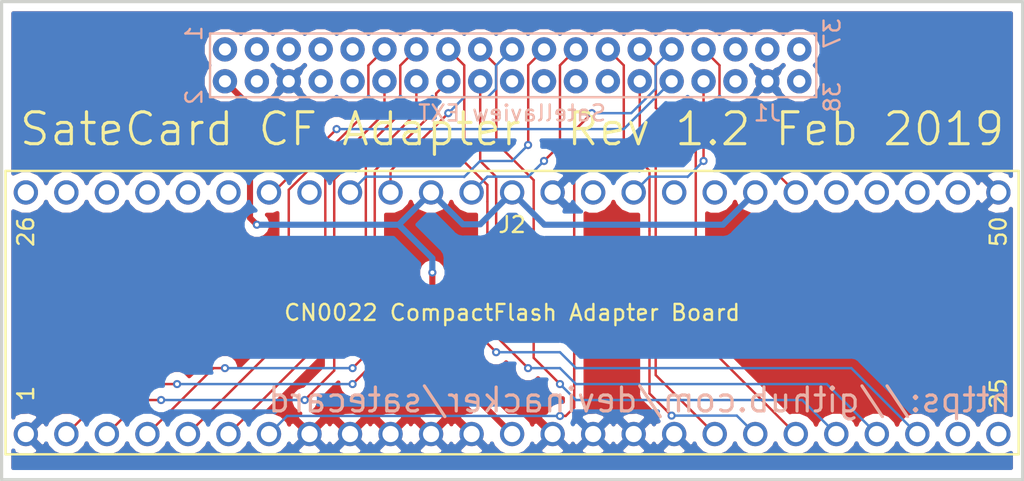
<source format=kicad_pcb>
(kicad_pcb (version 20171130) (host pcbnew "(5.0.1)-3")

  (general
    (thickness 1.6)
    (drawings 7)
    (tracks 160)
    (zones 0)
    (modules 2)
    (nets 39)
  )

  (page A4)
  (layers
    (0 F.Cu signal)
    (31 B.Cu signal)
    (32 B.Adhes user)
    (33 F.Adhes user)
    (34 B.Paste user)
    (35 F.Paste user)
    (36 B.SilkS user)
    (37 F.SilkS user)
    (38 B.Mask user)
    (39 F.Mask user)
    (40 Dwgs.User user)
    (41 Cmts.User user)
    (42 Eco1.User user)
    (43 Eco2.User user)
    (44 Edge.Cuts user)
    (45 Margin user)
    (46 B.CrtYd user)
    (47 F.CrtYd user)
    (48 B.Fab user)
    (49 F.Fab user)
  )

  (setup
    (last_trace_width 0.1524)
    (trace_clearance 0.1524)
    (zone_clearance 0.508)
    (zone_45_only no)
    (trace_min 0.1524)
    (segment_width 0.2)
    (edge_width 0.15)
    (via_size 0.508)
    (via_drill 0.254)
    (via_min_size 0.508)
    (via_min_drill 0.254)
    (uvia_size 0.6858)
    (uvia_drill 0.3302)
    (uvias_allowed no)
    (uvia_min_size 0.2)
    (uvia_min_drill 0.1)
    (pcb_text_width 0.3)
    (pcb_text_size 1.5 1.5)
    (mod_edge_width 0.15)
    (mod_text_size 1 1)
    (mod_text_width 0.15)
    (pad_size 1.524 1.524)
    (pad_drill 0.85)
    (pad_to_mask_clearance 0.051)
    (solder_mask_min_width 0.25)
    (aux_axis_origin 0 0)
    (visible_elements 7FFFFFFF)
    (pcbplotparams
      (layerselection 0x010fc_ffffffff)
      (usegerberextensions false)
      (usegerberattributes false)
      (usegerberadvancedattributes false)
      (creategerberjobfile false)
      (excludeedgelayer true)
      (linewidth 0.100000)
      (plotframeref false)
      (viasonmask false)
      (mode 1)
      (useauxorigin false)
      (hpglpennumber 1)
      (hpglpenspeed 20)
      (hpglpendiameter 15.000000)
      (psnegative false)
      (psa4output false)
      (plotreference true)
      (plotvalue true)
      (plotinvisibletext false)
      (padsonsilk false)
      (subtractmaskfromsilk false)
      (outputformat 1)
      (mirror false)
      (drillshape 1)
      (scaleselection 1)
      (outputdirectory ""))
  )

  (net 0 "")
  (net 1 /!CS0)
  (net 2 /A2)
  (net 3 /A1)
  (net 4 /A0)
  (net 5 /!CS1)
  (net 6 /!RD)
  (net 7 /!WR)
  (net 8 /!RESET)
  (net 9 GND)
  (net 10 +5V)
  (net 11 "Net-(J2-Pad49)")
  (net 12 "Net-(J2-Pad48)")
  (net 13 "Net-(J2-Pad47)")
  (net 14 "Net-(J2-Pad46)")
  (net 15 "Net-(J2-Pad43)")
  (net 16 "Net-(J2-Pad42)")
  (net 17 "Net-(J2-Pad40)")
  (net 18 "Net-(J2-Pad33)")
  (net 19 "Net-(J2-Pad31)")
  (net 20 "Net-(J2-Pad30)")
  (net 21 "Net-(J2-Pad29)")
  (net 22 "Net-(J2-Pad28)")
  (net 23 "Net-(J2-Pad27)")
  (net 24 "Net-(J2-Pad26)")
  (net 25 "Net-(J2-Pad25)")
  (net 26 "Net-(J2-Pad24)")
  (net 27 /D6)
  (net 28 /D7)
  (net 29 /D4)
  (net 30 /D5)
  (net 31 /D2)
  (net 32 /D3)
  (net 33 /D0)
  (net 34 /D1)
  (net 35 /IRQ)
  (net 36 /LED)
  (net 37 "Net-(J1-Pad33)")
  (net 38 "Net-(J1-Pad34)")

  (net_class Default "This is the default net class."
    (clearance 0.1524)
    (trace_width 0.1524)
    (via_dia 0.508)
    (via_drill 0.254)
    (uvia_dia 0.6858)
    (uvia_drill 0.3302)
    (diff_pair_gap 0.25)
    (diff_pair_width 0.25)
    (add_net /!CS0)
    (add_net /!CS1)
    (add_net /!RD)
    (add_net /!RESET)
    (add_net /!WR)
    (add_net /A0)
    (add_net /A1)
    (add_net /A2)
    (add_net /D0)
    (add_net /D1)
    (add_net /D2)
    (add_net /D3)
    (add_net /D4)
    (add_net /D5)
    (add_net /D6)
    (add_net /D7)
    (add_net /IRQ)
    (add_net /LED)
    (add_net GND)
    (add_net "Net-(J1-Pad33)")
    (add_net "Net-(J1-Pad34)")
    (add_net "Net-(J2-Pad24)")
    (add_net "Net-(J2-Pad25)")
    (add_net "Net-(J2-Pad26)")
    (add_net "Net-(J2-Pad27)")
    (add_net "Net-(J2-Pad28)")
    (add_net "Net-(J2-Pad29)")
    (add_net "Net-(J2-Pad30)")
    (add_net "Net-(J2-Pad31)")
    (add_net "Net-(J2-Pad33)")
    (add_net "Net-(J2-Pad40)")
    (add_net "Net-(J2-Pad42)")
    (add_net "Net-(J2-Pad43)")
    (add_net "Net-(J2-Pad46)")
    (add_net "Net-(J2-Pad47)")
    (add_net "Net-(J2-Pad48)")
    (add_net "Net-(J2-Pad49)")
  )

  (net_class power ""
    (clearance 0.1524)
    (trace_width 0.381)
    (via_dia 0.508)
    (via_drill 0.254)
    (uvia_dia 0.6858)
    (uvia_drill 0.3302)
    (diff_pair_gap 0.25)
    (diff_pair_width 0.25)
    (add_net +5V)
  )

  (module "SateCard footprints:CF_proto" (layer F.Cu) (tedit 5C05C648) (tstamp 5BE8E4B2)
    (at 145.46 103.054999 90)
    (path /5BD2C63B)
    (fp_text reference J2 (at 8.054999 2.54 180) (layer F.SilkS)
      (effects (font (size 1 1) (thickness 0.15)))
    )
    (fp_text value CF-CARD (at 13.054999 -22.46 180) (layer F.Fab)
      (effects (font (size 1 1) (thickness 0.15)))
    )
    (fp_text user "CN0022 CompactFlash Adapter Board" (at 2.54 2.54) (layer F.SilkS)
      (effects (font (size 1 1) (thickness 0.15)))
    )
    (fp_text user 50 (at 7.62 33.02 90) (layer F.SilkS)
      (effects (font (size 1 1) (thickness 0.15)))
    )
    (fp_text user 25 (at -2.54 33.02 90) (layer F.SilkS)
      (effects (font (size 1 1) (thickness 0.15)))
    )
    (fp_text user 26 (at 7.62 -27.94 90) (layer F.SilkS)
      (effects (font (size 1 1) (thickness 0.15)))
    )
    (fp_text user 1 (at -2.54 -27.94 90) (layer F.SilkS)
      (effects (font (size 1 1) (thickness 0.15)))
    )
    (fp_line (start -6.35 34.29) (end -6.35 -29.21) (layer F.SilkS) (width 0.15))
    (fp_line (start 11.43 34.29) (end -6.35 34.29) (layer F.SilkS) (width 0.15))
    (fp_line (start 11.43 -29.21) (end 11.43 34.29) (layer F.SilkS) (width 0.15))
    (fp_line (start -6.35 -29.21) (end 11.43 -29.21) (layer F.SilkS) (width 0.15))
    (pad 50 thru_hole circle (at 10.08 33.02 90) (size 1.524 1.524) (drill 1.016) (layers *.Cu *.Mask)
      (net 9 GND))
    (pad 49 thru_hole circle (at 10.08 30.48 90) (size 1.524 1.524) (drill 1.016) (layers *.Cu *.Mask)
      (net 11 "Net-(J2-Pad49)"))
    (pad 48 thru_hole circle (at 10.08 27.94 90) (size 1.524 1.524) (drill 1.016) (layers *.Cu *.Mask)
      (net 12 "Net-(J2-Pad48)"))
    (pad 47 thru_hole circle (at 10.08 25.4 90) (size 1.524 1.524) (drill 1.016) (layers *.Cu *.Mask)
      (net 13 "Net-(J2-Pad47)"))
    (pad 46 thru_hole circle (at 10.08 22.86 90) (size 1.524 1.524) (drill 1.016) (layers *.Cu *.Mask)
      (net 14 "Net-(J2-Pad46)"))
    (pad 45 thru_hole circle (at 10.08 20.32 90) (size 1.524 1.524) (drill 1.016) (layers *.Cu *.Mask)
      (net 36 /LED))
    (pad 44 thru_hole circle (at 10.08 17.78 90) (size 1.524 1.524) (drill 1.016) (layers *.Cu *.Mask)
      (net 10 +5V))
    (pad 43 thru_hole circle (at 10.08 15.24 90) (size 1.524 1.524) (drill 1.016) (layers *.Cu *.Mask)
      (net 15 "Net-(J2-Pad43)"))
    (pad 42 thru_hole circle (at 10.08 12.7 90) (size 1.524 1.524) (drill 1.016) (layers *.Cu *.Mask)
      (net 16 "Net-(J2-Pad42)"))
    (pad 41 thru_hole circle (at 10.08 10.16 90) (size 1.524 1.524) (drill 1.016) (layers *.Cu *.Mask)
      (net 8 /!RESET))
    (pad 40 thru_hole circle (at 10.08 7.62 90) (size 1.524 1.524) (drill 1.016) (layers *.Cu *.Mask)
      (net 17 "Net-(J2-Pad40)"))
    (pad 39 thru_hole circle (at 10.08 5.08 90) (size 1.524 1.524) (drill 1.016) (layers *.Cu *.Mask)
      (net 9 GND))
    (pad 38 thru_hole circle (at 10.08 2.54 90) (size 1.524 1.524) (drill 1.016) (layers *.Cu *.Mask)
      (net 10 +5V))
    (pad 37 thru_hole circle (at 10.08 0 90) (size 1.524 1.524) (drill 1.016) (layers *.Cu *.Mask)
      (net 35 /IRQ))
    (pad 36 thru_hole circle (at 10.08 -2.54 90) (size 1.524 1.524) (drill 1.016) (layers *.Cu *.Mask)
      (net 10 +5V))
    (pad 35 thru_hole circle (at 10.08 -5.08 90) (size 1.524 1.524) (drill 1.016) (layers *.Cu *.Mask)
      (net 7 /!WR))
    (pad 34 thru_hole circle (at 10.08 -7.62 90) (size 1.524 1.524) (drill 1.016) (layers *.Cu *.Mask)
      (net 6 /!RD))
    (pad 33 thru_hole circle (at 10.08 -10.16 90) (size 1.524 1.524) (drill 1.016) (layers *.Cu *.Mask)
      (net 18 "Net-(J2-Pad33)"))
    (pad 32 thru_hole circle (at 10.08 -12.7 90) (size 1.524 1.524) (drill 1.016) (layers *.Cu *.Mask)
      (net 5 /!CS1))
    (pad 31 thru_hole circle (at 10.08 -15.24 90) (size 1.524 1.524) (drill 1.016) (layers *.Cu *.Mask)
      (net 19 "Net-(J2-Pad31)"))
    (pad 30 thru_hole circle (at 10.08 -17.78 90) (size 1.524 1.524) (drill 1.016) (layers *.Cu *.Mask)
      (net 20 "Net-(J2-Pad30)"))
    (pad 29 thru_hole circle (at 10.08 -20.32 90) (size 1.524 1.524) (drill 1.016) (layers *.Cu *.Mask)
      (net 21 "Net-(J2-Pad29)"))
    (pad 28 thru_hole circle (at 10.08 -22.86 90) (size 1.524 1.524) (drill 1.016) (layers *.Cu *.Mask)
      (net 22 "Net-(J2-Pad28)"))
    (pad 27 thru_hole circle (at 10.08 -25.4 90) (size 1.524 1.524) (drill 1.016) (layers *.Cu *.Mask)
      (net 23 "Net-(J2-Pad27)"))
    (pad 26 thru_hole circle (at 10.08 -27.94 90) (size 1.524 1.524) (drill 1.016) (layers *.Cu *.Mask)
      (net 24 "Net-(J2-Pad26)"))
    (pad 25 thru_hole circle (at -5.08 33.02 90) (size 1.524 1.524) (drill 1.016) (layers *.Cu *.Mask)
      (net 25 "Net-(J2-Pad25)"))
    (pad 24 thru_hole circle (at -5.08 30.48 90) (size 1.524 1.524) (drill 1.016) (layers *.Cu *.Mask)
      (net 26 "Net-(J2-Pad24)"))
    (pad 23 thru_hole circle (at -5.08 27.94 90) (size 1.524 1.524) (drill 1.016) (layers *.Cu *.Mask)
      (net 31 /D2))
    (pad 22 thru_hole circle (at -5.08 25.4 90) (size 1.524 1.524) (drill 1.016) (layers *.Cu *.Mask)
      (net 34 /D1))
    (pad 21 thru_hole circle (at -5.08 22.86 90) (size 1.524 1.524) (drill 1.016) (layers *.Cu *.Mask)
      (net 33 /D0))
    (pad 20 thru_hole circle (at -5.08 20.32 90) (size 1.524 1.524) (drill 1.016) (layers *.Cu *.Mask)
      (net 4 /A0))
    (pad 19 thru_hole circle (at -5.08 17.78 90) (size 1.524 1.524) (drill 1.016) (layers *.Cu *.Mask)
      (net 3 /A1))
    (pad 18 thru_hole circle (at -5.08 15.24 90) (size 1.524 1.524) (drill 1.016) (layers *.Cu *.Mask)
      (net 2 /A2))
    (pad 17 thru_hole circle (at -5.08 12.7 90) (size 1.524 1.524) (drill 1.016) (layers *.Cu *.Mask)
      (net 9 GND))
    (pad 16 thru_hole circle (at -5.08 10.16 90) (size 1.524 1.524) (drill 1.016) (layers *.Cu *.Mask)
      (net 9 GND))
    (pad 15 thru_hole circle (at -5.08 7.62 90) (size 1.524 1.524) (drill 1.016) (layers *.Cu *.Mask)
      (net 9 GND))
    (pad 14 thru_hole circle (at -5.08 5.08 90) (size 1.524 1.524) (drill 1.016) (layers *.Cu *.Mask)
      (net 9 GND))
    (pad 13 thru_hole circle (at -5.08 2.54 90) (size 1.524 1.524) (drill 1.016) (layers *.Cu *.Mask)
      (net 10 +5V))
    (pad 12 thru_hole circle (at -5.08 0 90) (size 1.524 1.524) (drill 1.016) (layers *.Cu *.Mask)
      (net 9 GND))
    (pad 11 thru_hole circle (at -5.08 -2.54 90) (size 1.524 1.524) (drill 1.016) (layers *.Cu *.Mask)
      (net 9 GND))
    (pad 10 thru_hole circle (at -5.08 -5.08 90) (size 1.524 1.524) (drill 1.016) (layers *.Cu *.Mask)
      (net 9 GND))
    (pad 9 thru_hole circle (at -5.08 -7.62 90) (size 1.524 1.524) (drill 1.016) (layers *.Cu *.Mask)
      (net 9 GND))
    (pad 8 thru_hole circle (at -5.08 -10.16 90) (size 1.524 1.524) (drill 1.016) (layers *.Cu *.Mask)
      (net 9 GND))
    (pad 7 thru_hole circle (at -5.08 -12.7 90) (size 1.524 1.524) (drill 1.016) (layers *.Cu *.Mask)
      (net 1 /!CS0))
    (pad 6 thru_hole circle (at -5.08 -15.24 90) (size 1.524 1.524) (drill 1.016) (layers *.Cu *.Mask)
      (net 28 /D7))
    (pad 5 thru_hole circle (at -5.08 -17.78 90) (size 1.524 1.524) (drill 1.016) (layers *.Cu *.Mask)
      (net 27 /D6))
    (pad 4 thru_hole circle (at -5.08 -20.32 90) (size 1.524 1.524) (drill 1.016) (layers *.Cu *.Mask)
      (net 30 /D5))
    (pad 3 thru_hole circle (at -5.08 -22.86 90) (size 1.524 1.524) (drill 1.016) (layers *.Cu *.Mask)
      (net 29 /D4))
    (pad 2 thru_hole circle (at -5.08 -25.4 90) (size 1.524 1.524) (drill 1.016) (layers *.Cu *.Mask)
      (net 32 /D3))
    (pad 1 thru_hole circle (at -5.08 -27.94 90) (size 1.524 1.524) (drill 1.016) (layers *.Cu *.Mask)
      (net 9 GND))
  )

  (module "SateCard footprints:SV_Ext" (layer B.Cu) (tedit 5BEA0FFB) (tstamp 5BE3BE3D)
    (at 148.06525 85 270)
    (path /5BD0BAD4)
    (fp_text reference J1 (at 3 -15.93475) (layer B.SilkS)
      (effects (font (size 1 1) (thickness 0.15)) (justify mirror))
    )
    (fp_text value SatellaviewEXT (at 0 0.5) (layer B.Fab)
      (effects (font (size 1 1) (thickness 0.15)) (justify mirror))
    )
    (fp_line (start -2 -19) (end -2 19) (layer B.SilkS) (width 0.15))
    (fp_line (start 2 -19) (end -2 -19) (layer B.SilkS) (width 0.15))
    (fp_line (start 2 19) (end 2 -19) (layer B.SilkS) (width 0.15))
    (fp_line (start -2 19) (end 2 19) (layer B.SilkS) (width 0.15))
    (fp_text user 1 (at -2 20 270) (layer B.SilkS)
      (effects (font (size 1 1) (thickness 0.15)) (justify mirror))
    )
    (fp_text user 2 (at 2 20 270) (layer B.SilkS)
      (effects (font (size 1 1) (thickness 0.15)) (justify mirror))
    )
    (fp_text user 37 (at -2 -20 270) (layer B.SilkS)
      (effects (font (size 1 1) (thickness 0.15)) (justify mirror))
    )
    (fp_text user 38 (at 2 -20 270) (layer B.SilkS)
      (effects (font (size 1 1) (thickness 0.15)) (justify mirror))
    )
    (fp_text user "Satellaview EXT" (at 3 0.06525 unlocked) (layer B.SilkS)
      (effects (font (size 1 1) (thickness 0.15)) (justify mirror))
    )
    (pad 1 thru_hole circle (at -1 18.06525 270) (size 1.524 1.524) (drill 0.762) (layers *.Cu *.Mask))
    (pad 2 thru_hole circle (at 1 18.06525 270) (size 1.524 1.524) (drill 0.762) (layers *.Cu *.Mask)
      (net 10 +5V))
    (pad 3 thru_hole circle (at -1 16.06525 270) (size 1.524 1.524) (drill 0.762) (layers *.Cu *.Mask))
    (pad 4 thru_hole circle (at 1 16.06525 270) (size 1.524 1.524) (drill 0.762) (layers *.Cu *.Mask))
    (pad 5 thru_hole circle (at -1 14.06525 270) (size 1.524 1.524) (drill 0.762) (layers *.Cu *.Mask))
    (pad 6 thru_hole circle (at 1 14.06525 270) (size 1.524 1.524) (drill 0.762) (layers *.Cu *.Mask)
      (net 9 GND))
    (pad 7 thru_hole circle (at -1 12.06525 270) (size 1.524 1.524) (drill 0.762) (layers *.Cu *.Mask))
    (pad 8 thru_hole circle (at 1 12.06525 270) (size 1.524 1.524) (drill 0.762) (layers *.Cu *.Mask))
    (pad 9 thru_hole circle (at -1 10.06525 270) (size 1.524 1.524) (drill 0.762) (layers *.Cu *.Mask))
    (pad 10 thru_hole circle (at 1 10.06525 270) (size 1.524 1.524) (drill 0.762) (layers *.Cu *.Mask))
    (pad 11 thru_hole circle (at -1 8.06525 270) (size 1.524 1.524) (drill 0.762) (layers *.Cu *.Mask)
      (net 27 /D6))
    (pad 12 thru_hole circle (at 1 8.06525 270) (size 1.524 1.524) (drill 0.762) (layers *.Cu *.Mask)
      (net 28 /D7))
    (pad 13 thru_hole circle (at -1 6.06525 270) (size 1.524 1.524) (drill 0.762) (layers *.Cu *.Mask)
      (net 29 /D4))
    (pad 14 thru_hole circle (at 1 6.06525 270) (size 1.524 1.524) (drill 0.762) (layers *.Cu *.Mask)
      (net 30 /D5))
    (pad 15 thru_hole circle (at -1 4.06525 270) (size 1.524 1.524) (drill 0.762) (layers *.Cu *.Mask)
      (net 31 /D2))
    (pad 16 thru_hole circle (at 1 4.06525 270) (size 1.524 1.524) (drill 0.762) (layers *.Cu *.Mask)
      (net 32 /D3))
    (pad 17 thru_hole circle (at -1 2.06525 270) (size 1.524 1.524) (drill 0.762) (layers *.Cu *.Mask)
      (net 33 /D0))
    (pad 18 thru_hole circle (at 1 2.06525 270) (size 1.524 1.524) (drill 0.762) (layers *.Cu *.Mask)
      (net 34 /D1))
    (pad 19 thru_hole circle (at -1 0.06525 270) (size 1.524 1.524) (drill 0.762) (layers *.Cu *.Mask)
      (net 7 /!WR))
    (pad 20 thru_hole circle (at 1 0.06525 270) (size 1.524 1.524) (drill 0.762) (layers *.Cu *.Mask))
    (pad 21 thru_hole circle (at -1 -1.93475 270) (size 1.524 1.524) (drill 0.762) (layers *.Cu *.Mask)
      (net 6 /!RD))
    (pad 22 thru_hole circle (at 1 -1.93475 270) (size 1.524 1.524) (drill 0.762) (layers *.Cu *.Mask))
    (pad 23 thru_hole circle (at -1 -3.93475 270) (size 1.524 1.524) (drill 0.762) (layers *.Cu *.Mask)
      (net 35 /IRQ))
    (pad 24 thru_hole circle (at 1 -3.93475 270) (size 1.524 1.524) (drill 0.762) (layers *.Cu *.Mask))
    (pad 25 thru_hole circle (at -1 -5.93475 270) (size 1.524 1.524) (drill 0.762) (layers *.Cu *.Mask)
      (net 3 /A1))
    (pad 26 thru_hole circle (at 1 -5.93475 270) (size 1.524 1.524) (drill 0.762) (layers *.Cu *.Mask))
    (pad 27 thru_hole circle (at -1 -7.93475 270) (size 1.524 1.524) (drill 0.762) (layers *.Cu *.Mask)
      (net 4 /A0))
    (pad 28 thru_hole circle (at 1 -7.93475 270) (size 1.524 1.524) (drill 0.762) (layers *.Cu *.Mask)
      (net 2 /A2))
    (pad 29 thru_hole circle (at -1 -9.93475 270) (size 1.524 1.524) (drill 0.762) (layers *.Cu *.Mask)
      (net 1 /!CS0))
    (pad 30 thru_hole circle (at 1 -9.93475 270) (size 1.524 1.524) (drill 0.762) (layers *.Cu *.Mask)
      (net 5 /!CS1))
    (pad 31 thru_hole circle (at -1 -11.93475 270) (size 1.524 1.524) (drill 0.762) (layers *.Cu *.Mask)
      (net 36 /LED))
    (pad 32 thru_hole circle (at 1 -11.93475 270) (size 1.524 1.524) (drill 0.762) (layers *.Cu *.Mask)
      (net 8 /!RESET))
    (pad 33 thru_hole circle (at -1 -13.93475 270) (size 1.524 1.524) (drill 0.762) (layers *.Cu *.Mask)
      (net 37 "Net-(J1-Pad33)"))
    (pad 34 thru_hole circle (at 1 -13.93475 270) (size 1.524 1.524) (drill 0.762) (layers *.Cu *.Mask)
      (net 38 "Net-(J1-Pad34)"))
    (pad 35 thru_hole circle (at -1 -15.93475 270) (size 1.524 1.524) (drill 0.762) (layers *.Cu *.Mask))
    (pad 36 thru_hole circle (at 1 -15.93475 270) (size 1.524 1.524) (drill 0.762) (layers *.Cu *.Mask)
      (net 9 GND))
    (pad 37 thru_hole circle (at -1 -17.93475 270) (size 1.524 1.524) (drill 0.762) (layers *.Cu *.Mask))
    (pad 38 thru_hole circle (at 1 -17.93475 270) (size 1.524 1.524) (drill 0.762) (layers *.Cu *.Mask))
    (model ${KISYS3DMOD}/Connector_PinSocket_2.00mm.3dshapes/PinSocket_2x19_P2.00mm_Vertical.wrl
      (offset (xyz 1 18 0))
      (scale (xyz 1 1 1))
      (rotate (xyz 0 0 0))
    )
  )

  (gr_text https://github.com/devinacker/satecard (at 156 106) (layer B.SilkS)
    (effects (font (size 1.5 1.5) (thickness 0.2)) (justify mirror))
  )
  (gr_line (start 180 81) (end 116 81) (layer Edge.Cuts) (width 0.2))
  (gr_line (start 180 111) (end 180 81) (layer Edge.Cuts) (width 0.2))
  (gr_line (start 116 111) (end 180 111) (layer Edge.Cuts) (width 0.2))
  (gr_line (start 116 81) (end 116 111) (layer Edge.Cuts) (width 0.2))
  (gr_text "SateCard CF Adapter" (at 117 89) (layer F.SilkS)
    (effects (font (size 2 2) (thickness 0.2)) (justify left))
  )
  (gr_text "Rev 1.2 Feb 2019" (at 179 89) (layer F.SilkS) (tstamp 5BE8FDF2)
    (effects (font (size 2 2) (thickness 0.2)) (justify right))
  )

  (via (at 153 88) (size 0.508) (drill 0.254) (layers F.Cu B.Cu) (net 1))
  (segment (start 155.46609 88) (end 153 88) (width 0.1524) (layer B.Cu) (net 1))
  (segment (start 156.990601 86.475489) (end 155.46609 88) (width 0.1524) (layer B.Cu) (net 1))
  (segment (start 158 84) (end 156.990601 85.009399) (width 0.1524) (layer B.Cu) (net 1))
  (segment (start 156.990601 85.009399) (end 156.990601 86.475489) (width 0.1524) (layer B.Cu) (net 1))
  (via (at 151 107) (size 0.508) (drill 0.254) (layers F.Cu B.Cu) (net 1))
  (segment (start 133.894999 107) (end 132.76 108.134999) (width 0.1524) (layer B.Cu) (net 1))
  (segment (start 151 107) (end 133.894999 107) (width 0.1524) (layer B.Cu) (net 1))
  (segment (start 151.892 89.108) (end 153 88) (width 0.1524) (layer F.Cu) (net 1))
  (segment (start 151.892 106.46721) (end 151.892 89.108) (width 0.1524) (layer F.Cu) (net 1))
  (segment (start 151 107) (end 151.35921 107) (width 0.1524) (layer F.Cu) (net 1))
  (segment (start 151.35921 107) (end 151.892 106.46721) (width 0.1524) (layer F.Cu) (net 1))
  (segment (start 156 90) (end 157 91) (width 0.1524) (layer F.Cu) (net 2))
  (segment (start 156 86) (end 156 90) (width 0.1524) (layer F.Cu) (net 2))
  (segment (start 157 104.434999) (end 160.7 108.134999) (width 0.1524) (layer F.Cu) (net 2))
  (segment (start 157 91) (end 157 104.434999) (width 0.1524) (layer F.Cu) (net 2))
  (segment (start 155 90) (end 156.610601 91.610601) (width 0.1524) (layer F.Cu) (net 3))
  (segment (start 156.610601 91.610601) (end 156.610601 95.389399) (width 0.1524) (layer F.Cu) (net 3))
  (segment (start 154 84) (end 155 85) (width 0.1524) (layer F.Cu) (net 3))
  (segment (start 155 85) (end 155 90) (width 0.1524) (layer F.Cu) (net 3))
  (via (at 157.996904 106.978037) (size 0.508) (drill 0.254) (layers F.Cu B.Cu) (net 3))
  (segment (start 157.996904 106.978037) (end 162.083038 106.978037) (width 0.1524) (layer B.Cu) (net 3))
  (segment (start 156.610601 105.591734) (end 157.996904 106.978037) (width 0.1524) (layer F.Cu) (net 3))
  (segment (start 162.083038 106.978037) (end 163.24 108.134999) (width 0.1524) (layer B.Cu) (net 3))
  (segment (start 156.610601 95.389399) (end 156.610601 105.591734) (width 0.1524) (layer F.Cu) (net 3))
  (segment (start 156 84) (end 157.009399 85.009399) (width 0.1524) (layer F.Cu) (net 4))
  (segment (start 165.78 108.134999) (end 159.512 101.866999) (width 0.1524) (layer F.Cu) (net 4))
  (segment (start 159.512 101.866999) (end 159.512 90.17) (width 0.1524) (layer F.Cu) (net 4))
  (segment (start 157.009399 87.667399) (end 159.512 90.17) (width 0.1524) (layer F.Cu) (net 4))
  (segment (start 157.009399 85.009399) (end 157.009399 87.667399) (width 0.1524) (layer F.Cu) (net 4))
  (segment (start 158 86) (end 157.009399 86.990601) (width 0.1524) (layer B.Cu) (net 5))
  (via (at 137 89) (size 0.508) (drill 0.254) (layers F.Cu B.Cu) (net 5))
  (segment (start 157.009399 86.990601) (end 155 89) (width 0.1524) (layer B.Cu) (net 5))
  (segment (start 155 89) (end 137 89) (width 0.1524) (layer B.Cu) (net 5))
  (segment (start 133.025001 92.974999) (end 132.76 92.974999) (width 0.1524) (layer F.Cu) (net 5))
  (segment (start 137 89) (end 133.025001 92.974999) (width 0.1524) (layer F.Cu) (net 5))
  (via (at 149 90) (size 0.508) (drill 0.254) (layers F.Cu B.Cu) (net 6))
  (segment (start 149.009399 89.990601) (end 149 90) (width 0.1524) (layer F.Cu) (net 6))
  (segment (start 150 84) (end 149.009399 84.990601) (width 0.1524) (layer F.Cu) (net 6))
  (segment (start 149.009399 84.990601) (end 149.009399 89.990601) (width 0.1524) (layer F.Cu) (net 6))
  (segment (start 149 90) (end 148 91) (width 0.1524) (layer B.Cu) (net 6))
  (segment (start 148 91) (end 146 91) (width 0.1524) (layer B.Cu) (net 6))
  (segment (start 146 91) (end 145 92) (width 0.1524) (layer B.Cu) (net 6))
  (segment (start 138.601999 92.213) (end 137.84 92.974999) (width 0.1524) (layer B.Cu) (net 6))
  (segment (start 138.830601 91.984398) (end 138.601999 92.213) (width 0.1524) (layer B.Cu) (net 6))
  (segment (start 144.984398 91.984398) (end 138.830601 91.984398) (width 0.1524) (layer B.Cu) (net 6))
  (segment (start 145 92) (end 144.984398 91.984398) (width 0.1524) (layer B.Cu) (net 6))
  (segment (start 146.990601 86.475489) (end 146.46609 87) (width 0.1524) (layer B.Cu) (net 7))
  (segment (start 148 84) (end 146.990601 85.009399) (width 0.1524) (layer B.Cu) (net 7))
  (segment (start 146.990601 85.009399) (end 146.990601 86.475489) (width 0.1524) (layer B.Cu) (net 7))
  (via (at 144 88) (size 0.508) (drill 0.254) (layers F.Cu B.Cu) (net 7))
  (segment (start 146.46609 87) (end 145 87) (width 0.1524) (layer B.Cu) (net 7))
  (segment (start 145 87) (end 144 88) (width 0.1524) (layer B.Cu) (net 7))
  (segment (start 140.38 91.62) (end 140.38 92.974999) (width 0.1524) (layer F.Cu) (net 7))
  (segment (start 144 88) (end 140.38 91.62) (width 0.1524) (layer F.Cu) (net 7))
  (via (at 160 91) (size 0.508) (drill 0.254) (layers F.Cu B.Cu) (net 8))
  (segment (start 160 86) (end 160 91) (width 0.1524) (layer F.Cu) (net 8))
  (segment (start 160 91) (end 159 92) (width 0.1524) (layer B.Cu) (net 8))
  (segment (start 156.381999 92.213) (end 155.62 92.974999) (width 0.1524) (layer B.Cu) (net 8))
  (segment (start 156.610601 91.984398) (end 156.381999 92.213) (width 0.1524) (layer B.Cu) (net 8))
  (segment (start 158.984398 91.984398) (end 156.610601 91.984398) (width 0.1524) (layer B.Cu) (net 8))
  (segment (start 159 92) (end 158.984398 91.984398) (width 0.1524) (layer B.Cu) (net 8))
  (via (at 132 95) (size 0.508) (drill 0.254) (layers F.Cu B.Cu) (net 10))
  (segment (start 130 86) (end 131.324901 87.324901) (width 0.381) (layer F.Cu) (net 10))
  (segment (start 140.894999 95) (end 142.92 92.974999) (width 0.381) (layer B.Cu) (net 10))
  (segment (start 132 95) (end 140.894999 95) (width 0.381) (layer B.Cu) (net 10))
  (segment (start 144.92 94.974999) (end 142.92 92.974999) (width 0.381) (layer B.Cu) (net 10))
  (segment (start 148 92.974999) (end 146 94.974999) (width 0.381) (layer B.Cu) (net 10))
  (segment (start 146 94.974999) (end 144.92 94.974999) (width 0.381) (layer B.Cu) (net 10))
  (segment (start 148 92.974999) (end 150 94.974999) (width 0.381) (layer B.Cu) (net 10))
  (segment (start 163.24 92.974999) (end 161.214999 95) (width 0.381) (layer B.Cu) (net 10))
  (segment (start 150.025001 95) (end 150 94.974999) (width 0.381) (layer B.Cu) (net 10))
  (segment (start 161.214999 95) (end 150.025001 95) (width 0.381) (layer B.Cu) (net 10))
  (via (at 143 98) (size 0.508) (drill 0.254) (layers F.Cu B.Cu) (net 10))
  (segment (start 140.894999 95) (end 143 97.105001) (width 0.381) (layer B.Cu) (net 10))
  (segment (start 143 97.105001) (end 143 98) (width 0.381) (layer B.Cu) (net 10))
  (segment (start 143 103.134999) (end 148 108.134999) (width 0.381) (layer F.Cu) (net 10))
  (segment (start 143 98) (end 143 103.134999) (width 0.381) (layer F.Cu) (net 10))
  (segment (start 132 95) (end 131.572 94.572) (width 0.381) (layer F.Cu) (net 10))
  (segment (start 131.572 87.572) (end 131.324901 87.324901) (width 0.381) (layer F.Cu) (net 10))
  (segment (start 131.572 94.572) (end 131.572 87.572) (width 0.381) (layer F.Cu) (net 10))
  (segment (start 138.990601 87.818308) (end 134 92.808909) (width 0.1524) (layer F.Cu) (net 27))
  (segment (start 140 84) (end 138.990601 85.009399) (width 0.1524) (layer F.Cu) (net 27))
  (segment (start 138.990601 85.009399) (end 138.990601 87.818308) (width 0.1524) (layer F.Cu) (net 27))
  (segment (start 134 101.814999) (end 127.68 108.134999) (width 0.1524) (layer F.Cu) (net 27))
  (segment (start 134 92.808909) (end 134 101.814999) (width 0.1524) (layer F.Cu) (net 27))
  (segment (start 140 88) (end 140 86) (width 0.1524) (layer F.Cu) (net 28))
  (segment (start 136.290601 91.709399) (end 140 88) (width 0.1524) (layer F.Cu) (net 28))
  (segment (start 136.290601 102.064398) (end 136.290601 91.709399) (width 0.1524) (layer F.Cu) (net 28))
  (segment (start 130.22 108.134999) (end 136.290601 102.064398) (width 0.1524) (layer F.Cu) (net 28))
  (segment (start 140.990601 85.009399) (end 140.990601 88.009399) (width 0.1524) (layer F.Cu) (net 29))
  (segment (start 142 84) (end 140.990601 85.009399) (width 0.1524) (layer F.Cu) (net 29))
  (segment (start 140.990601 88.009399) (end 136.849399 92.150601) (width 0.1524) (layer F.Cu) (net 29))
  (via (at 126 106) (size 0.508) (drill 0.254) (layers F.Cu B.Cu) (net 29))
  (segment (start 122.6 108.134999) (end 124.734999 106) (width 0.1524) (layer F.Cu) (net 29))
  (segment (start 124.734999 106) (end 126 106) (width 0.1524) (layer F.Cu) (net 29))
  (via (at 135 106) (size 0.508) (drill 0.254) (layers F.Cu B.Cu) (net 29))
  (segment (start 126 106) (end 135 106) (width 0.1524) (layer B.Cu) (net 29))
  (segment (start 136.849399 104.150601) (end 135 106) (width 0.1524) (layer F.Cu) (net 29))
  (segment (start 136.849399 92.150601) (end 136.849399 104.150601) (width 0.1524) (layer F.Cu) (net 29))
  (segment (start 142 88) (end 142 86) (width 0.1524) (layer F.Cu) (net 30))
  (segment (start 138.830601 91.169399) (end 142 88) (width 0.1524) (layer F.Cu) (net 30))
  (via (at 138 104) (size 0.508) (drill 0.254) (layers F.Cu B.Cu) (net 30))
  (segment (start 138.830601 91.169399) (end 138.830601 103.169399) (width 0.1524) (layer F.Cu) (net 30))
  (segment (start 138.830601 103.169399) (end 138 104) (width 0.1524) (layer F.Cu) (net 30))
  (via (at 130 104) (size 0.508) (drill 0.254) (layers F.Cu B.Cu) (net 30))
  (segment (start 138 104) (end 130 104) (width 0.1524) (layer B.Cu) (net 30))
  (segment (start 129.274999 104) (end 125.14 108.134999) (width 0.1524) (layer F.Cu) (net 30))
  (segment (start 130 104) (end 129.274999 104) (width 0.1524) (layer F.Cu) (net 30))
  (segment (start 146.450601 93.549399) (end 146.450601 102.450601) (width 0.1524) (layer F.Cu) (net 31))
  (segment (start 146.450601 102.450601) (end 147 103) (width 0.1524) (layer F.Cu) (net 31))
  (segment (start 146.450601 92.49951) (end 146.450601 93.549399) (width 0.1524) (layer F.Cu) (net 31))
  (segment (start 145 91.048909) (end 146.450601 92.49951) (width 0.1524) (layer F.Cu) (net 31))
  (segment (start 145 85) (end 145 91.048909) (width 0.1524) (layer F.Cu) (net 31))
  (segment (start 144 84) (end 145 85) (width 0.1524) (layer F.Cu) (net 31))
  (segment (start 151 103) (end 152 104) (width 0.1524) (layer B.Cu) (net 31))
  (segment (start 147 103) (end 151 103) (width 0.1524) (layer B.Cu) (net 31))
  (via (at 147 103) (size 0.508) (drill 0.254) (layers F.Cu B.Cu) (net 31))
  (segment (start 169.265001 104) (end 173.4 108.134999) (width 0.1524) (layer B.Cu) (net 31))
  (segment (start 152 104) (end 169.265001 104) (width 0.1524) (layer B.Cu) (net 31))
  (segment (start 143.238001 86.761999) (end 143.238001 87.761999) (width 0.1524) (layer F.Cu) (net 32))
  (segment (start 144 86) (end 143.238001 86.761999) (width 0.1524) (layer F.Cu) (net 32))
  (segment (start 143.238001 87.761999) (end 139.389399 91.610601) (width 0.1524) (layer F.Cu) (net 32))
  (via (at 127 105) (size 0.508) (drill 0.254) (layers F.Cu B.Cu) (net 32))
  (segment (start 120.06 108.134999) (end 123.194999 105) (width 0.1524) (layer F.Cu) (net 32))
  (segment (start 123.194999 105) (end 127 105) (width 0.1524) (layer F.Cu) (net 32))
  (via (at 138 105) (size 0.508) (drill 0.254) (layers F.Cu B.Cu) (net 32))
  (segment (start 127 105) (end 138 105) (width 0.1524) (layer B.Cu) (net 32))
  (segment (start 139.389399 103.610601) (end 139.389399 91.610601) (width 0.1524) (layer F.Cu) (net 32))
  (segment (start 138 105) (end 139.389399 103.610601) (width 0.1524) (layer F.Cu) (net 32))
  (segment (start 151 105) (end 152 106) (width 0.1524) (layer B.Cu) (net 33))
  (via (at 151 105) (size 0.508) (drill 0.254) (layers F.Cu B.Cu) (net 33))
  (segment (start 166.185001 106) (end 168.32 108.134999) (width 0.1524) (layer B.Cu) (net 33))
  (segment (start 152 106) (end 166.185001 106) (width 0.1524) (layer B.Cu) (net 33))
  (segment (start 151 105) (end 149.352 103.352) (width 0.1524) (layer F.Cu) (net 33))
  (segment (start 149.352 103.352) (end 149.352 92.202) (width 0.1524) (layer F.Cu) (net 33))
  (segment (start 146.761999 84.761999) (end 146 84) (width 0.1524) (layer F.Cu) (net 33))
  (segment (start 147.009399 85.009399) (end 146.761999 84.761999) (width 0.1524) (layer F.Cu) (net 33))
  (segment (start 147.009399 89.859399) (end 147.009399 85.009399) (width 0.1524) (layer F.Cu) (net 33))
  (segment (start 149.352 92.202) (end 147.009399 89.859399) (width 0.1524) (layer F.Cu) (net 33))
  (segment (start 147 102) (end 147 92) (width 0.1524) (layer F.Cu) (net 34))
  (segment (start 147 92) (end 146 91) (width 0.1524) (layer F.Cu) (net 34))
  (segment (start 146 91) (end 146 86) (width 0.1524) (layer F.Cu) (net 34))
  (segment (start 149 104) (end 147 102) (width 0.1524) (layer F.Cu) (net 34))
  (via (at 149 104) (size 0.508) (drill 0.254) (layers F.Cu B.Cu) (net 34))
  (segment (start 151 104) (end 149 104) (width 0.1524) (layer B.Cu) (net 34))
  (segment (start 152 105) (end 151 104) (width 0.1524) (layer B.Cu) (net 34))
  (segment (start 170.86 108.134999) (end 167.725001 105) (width 0.1524) (layer B.Cu) (net 34))
  (segment (start 167.725001 105) (end 152 105) (width 0.1524) (layer B.Cu) (net 34))
  (segment (start 146.450601 91.984398) (end 149.015602 91.984398) (width 0.1524) (layer B.Cu) (net 35))
  (segment (start 145.46 92.974999) (end 146.450601 91.984398) (width 0.1524) (layer B.Cu) (net 35))
  (via (at 150 91) (size 0.508) (drill 0.254) (layers F.Cu B.Cu) (net 35))
  (segment (start 149.015602 91.984398) (end 150 91) (width 0.1524) (layer B.Cu) (net 35))
  (segment (start 150 91) (end 151 90) (width 0.1524) (layer F.Cu) (net 35))
  (segment (start 151 85) (end 152 84) (width 0.1524) (layer F.Cu) (net 35))
  (segment (start 151 90) (end 151 85) (width 0.1524) (layer F.Cu) (net 35))
  (segment (start 165.018001 92.213) (end 165.78 92.974999) (width 0.1524) (layer F.Cu) (net 36))
  (segment (start 161 88.194999) (end 165.018001 92.213) (width 0.1524) (layer F.Cu) (net 36))
  (segment (start 161 85) (end 161 88.194999) (width 0.1524) (layer F.Cu) (net 36))
  (segment (start 160 84) (end 161 85) (width 0.1524) (layer F.Cu) (net 36))

  (zone (net 9) (net_name GND) (layer F.Cu) (tstamp 5C05E244) (hatch edge 0.508)
    (connect_pads (clearance 0.508))
    (min_thickness 0.254)
    (fill yes (arc_segments 16) (thermal_gap 0.508) (thermal_bridge_width 0.508))
    (polygon
      (pts
        (xy 116 81) (xy 116 111) (xy 180 111) (xy 180 81)
      )
    )
    (filled_polygon
      (pts
        (xy 154.43568 93.766336) (xy 154.828663 94.159319) (xy 155.342119 94.371999) (xy 155.897881 94.371999) (xy 155.899402 94.371369)
        (xy 155.899402 95.319349) (xy 155.899401 95.319354) (xy 155.899402 105.521688) (xy 155.885469 105.591734) (xy 155.940666 105.86923)
        (xy 156.058177 106.045098) (xy 156.05818 106.045101) (xy 156.097856 106.10448) (xy 156.157235 106.144156) (xy 157.107904 107.094825)
        (xy 157.107904 107.15487) (xy 157.114166 107.169989) (xy 157.064774 107.219381) (xy 157.179785 107.334392) (xy 156.937603 107.403856)
        (xy 156.893547 107.527343) (xy 156.842397 107.403856) (xy 156.600213 107.334391) (xy 155.799605 108.134999) (xy 156.600213 108.935607)
        (xy 156.842397 108.866142) (xy 156.886453 108.742655) (xy 156.937603 108.866142) (xy 157.179787 108.935607) (xy 157.980395 108.134999)
        (xy 157.966253 108.120857) (xy 158.145858 107.941252) (xy 158.16 107.955394) (xy 158.174143 107.941252) (xy 158.353748 108.120857)
        (xy 158.339605 108.134999) (xy 159.140213 108.935607) (xy 159.382397 108.866142) (xy 159.432535 108.725606) (xy 159.51568 108.926336)
        (xy 159.908663 109.319319) (xy 160.422119 109.531999) (xy 160.977881 109.531999) (xy 161.491337 109.319319) (xy 161.88432 108.926336)
        (xy 161.97 108.719486) (xy 162.05568 108.926336) (xy 162.448663 109.319319) (xy 162.962119 109.531999) (xy 163.517881 109.531999)
        (xy 164.031337 109.319319) (xy 164.42432 108.926336) (xy 164.51 108.719486) (xy 164.59568 108.926336) (xy 164.988663 109.319319)
        (xy 165.502119 109.531999) (xy 166.057881 109.531999) (xy 166.571337 109.319319) (xy 166.96432 108.926336) (xy 167.05 108.719486)
        (xy 167.13568 108.926336) (xy 167.528663 109.319319) (xy 168.042119 109.531999) (xy 168.597881 109.531999) (xy 169.111337 109.319319)
        (xy 169.50432 108.926336) (xy 169.59 108.719486) (xy 169.67568 108.926336) (xy 170.068663 109.319319) (xy 170.582119 109.531999)
        (xy 171.137881 109.531999) (xy 171.651337 109.319319) (xy 172.04432 108.926336) (xy 172.13 108.719486) (xy 172.21568 108.926336)
        (xy 172.608663 109.319319) (xy 173.122119 109.531999) (xy 173.677881 109.531999) (xy 174.191337 109.319319) (xy 174.58432 108.926336)
        (xy 174.67 108.719486) (xy 174.75568 108.926336) (xy 175.148663 109.319319) (xy 175.662119 109.531999) (xy 176.217881 109.531999)
        (xy 176.731337 109.319319) (xy 177.12432 108.926336) (xy 177.21 108.719486) (xy 177.29568 108.926336) (xy 177.688663 109.319319)
        (xy 178.202119 109.531999) (xy 178.757881 109.531999) (xy 179.265 109.321944) (xy 179.265 110.265) (xy 116.735 110.265)
        (xy 116.735 109.169628) (xy 116.788857 109.357396) (xy 117.312302 109.544143) (xy 117.867368 109.516361) (xy 118.251143 109.357396)
        (xy 118.320608 109.115212) (xy 117.52 108.314604) (xy 117.505858 108.328747) (xy 117.326253 108.149142) (xy 117.340395 108.134999)
        (xy 117.326253 108.120857) (xy 117.505858 107.941252) (xy 117.52 107.955394) (xy 118.320608 107.154786) (xy 118.251143 106.912602)
        (xy 117.727698 106.725855) (xy 117.172632 106.753637) (xy 116.788857 106.912602) (xy 116.735 107.10037) (xy 116.735 94.161944)
        (xy 117.242119 94.371999) (xy 117.797881 94.371999) (xy 118.311337 94.159319) (xy 118.70432 93.766336) (xy 118.79 93.559486)
        (xy 118.87568 93.766336) (xy 119.268663 94.159319) (xy 119.782119 94.371999) (xy 120.337881 94.371999) (xy 120.851337 94.159319)
        (xy 121.24432 93.766336) (xy 121.33 93.559486) (xy 121.41568 93.766336) (xy 121.808663 94.159319) (xy 122.322119 94.371999)
        (xy 122.877881 94.371999) (xy 123.391337 94.159319) (xy 123.78432 93.766336) (xy 123.87 93.559486) (xy 123.95568 93.766336)
        (xy 124.348663 94.159319) (xy 124.862119 94.371999) (xy 125.417881 94.371999) (xy 125.931337 94.159319) (xy 126.32432 93.766336)
        (xy 126.41 93.559486) (xy 126.49568 93.766336) (xy 126.888663 94.159319) (xy 127.402119 94.371999) (xy 127.957881 94.371999)
        (xy 128.471337 94.159319) (xy 128.86432 93.766336) (xy 128.95 93.559486) (xy 129.03568 93.766336) (xy 129.428663 94.159319)
        (xy 129.942119 94.371999) (xy 130.497881 94.371999) (xy 130.7465 94.269018) (xy 130.7465 94.490698) (xy 130.730328 94.572)
        (xy 130.7465 94.653301) (xy 130.7465 94.653302) (xy 130.794396 94.894093) (xy 130.976848 95.167152) (xy 131.045776 95.213209)
        (xy 131.182841 95.350274) (xy 131.246342 95.503578) (xy 131.496422 95.753658) (xy 131.823167 95.889) (xy 132.176833 95.889)
        (xy 132.503578 95.753658) (xy 132.753658 95.503578) (xy 132.889 95.176833) (xy 132.889 94.823167) (xy 132.753658 94.496422)
        (xy 132.629235 94.371999) (xy 133.037881 94.371999) (xy 133.2888 94.268065) (xy 133.288801 101.520409) (xy 130.889 103.92021)
        (xy 130.889 103.823167) (xy 130.753658 103.496422) (xy 130.503578 103.246342) (xy 130.176833 103.111) (xy 129.823167 103.111)
        (xy 129.496422 103.246342) (xy 129.453964 103.2888) (xy 129.345041 103.2888) (xy 129.274999 103.274868) (xy 129.204957 103.2888)
        (xy 129.204953 103.2888) (xy 128.997503 103.330064) (xy 128.964674 103.352) (xy 128.821634 103.447576) (xy 128.821632 103.447578)
        (xy 128.762253 103.487254) (xy 128.722577 103.546633) (xy 127.759261 104.509949) (xy 127.753658 104.496422) (xy 127.503578 104.246342)
        (xy 127.176833 104.111) (xy 126.823167 104.111) (xy 126.496422 104.246342) (xy 126.453964 104.2888) (xy 123.26504 104.2888)
        (xy 123.194998 104.274868) (xy 123.124956 104.2888) (xy 123.124953 104.2888) (xy 122.917503 104.330064) (xy 122.917502 104.330065)
        (xy 122.917501 104.330065) (xy 122.741634 104.447576) (xy 122.741632 104.447578) (xy 122.682253 104.487254) (xy 122.642577 104.546633)
        (xy 120.418018 106.771193) (xy 120.337881 106.737999) (xy 119.782119 106.737999) (xy 119.268663 106.950679) (xy 118.87568 107.343662)
        (xy 118.796572 107.534646) (xy 118.742397 107.403856) (xy 118.500213 107.334391) (xy 117.699605 108.134999) (xy 118.500213 108.935607)
        (xy 118.742397 108.866142) (xy 118.792535 108.725606) (xy 118.87568 108.926336) (xy 119.268663 109.319319) (xy 119.782119 109.531999)
        (xy 120.337881 109.531999) (xy 120.851337 109.319319) (xy 121.24432 108.926336) (xy 121.33 108.719486) (xy 121.41568 108.926336)
        (xy 121.808663 109.319319) (xy 122.322119 109.531999) (xy 122.877881 109.531999) (xy 123.391337 109.319319) (xy 123.78432 108.926336)
        (xy 123.87 108.719486) (xy 123.95568 108.926336) (xy 124.348663 109.319319) (xy 124.862119 109.531999) (xy 125.417881 109.531999)
        (xy 125.931337 109.319319) (xy 126.32432 108.926336) (xy 126.41 108.719486) (xy 126.49568 108.926336) (xy 126.888663 109.319319)
        (xy 127.402119 109.531999) (xy 127.957881 109.531999) (xy 128.471337 109.319319) (xy 128.86432 108.926336) (xy 128.95 108.719486)
        (xy 129.03568 108.926336) (xy 129.428663 109.319319) (xy 129.942119 109.531999) (xy 130.497881 109.531999) (xy 131.011337 109.319319)
        (xy 131.40432 108.926336) (xy 131.49 108.719486) (xy 131.57568 108.926336) (xy 131.968663 109.319319) (xy 132.482119 109.531999)
        (xy 133.037881 109.531999) (xy 133.551337 109.319319) (xy 133.755444 109.115212) (xy 134.499392 109.115212) (xy 134.568857 109.357396)
        (xy 135.092302 109.544143) (xy 135.647368 109.516361) (xy 136.031143 109.357396) (xy 136.100608 109.115212) (xy 137.039392 109.115212)
        (xy 137.108857 109.357396) (xy 137.632302 109.544143) (xy 138.187368 109.516361) (xy 138.571143 109.357396) (xy 138.640608 109.115212)
        (xy 139.579392 109.115212) (xy 139.648857 109.357396) (xy 140.172302 109.544143) (xy 140.727368 109.516361) (xy 141.111143 109.357396)
        (xy 141.180608 109.115212) (xy 142.119392 109.115212) (xy 142.188857 109.357396) (xy 142.712302 109.544143) (xy 143.267368 109.516361)
        (xy 143.651143 109.357396) (xy 143.720608 109.115212) (xy 144.659392 109.115212) (xy 144.728857 109.357396) (xy 145.252302 109.544143)
        (xy 145.807368 109.516361) (xy 146.191143 109.357396) (xy 146.260608 109.115212) (xy 145.46 108.314604) (xy 144.659392 109.115212)
        (xy 143.720608 109.115212) (xy 142.92 108.314604) (xy 142.119392 109.115212) (xy 141.180608 109.115212) (xy 140.38 108.314604)
        (xy 139.579392 109.115212) (xy 138.640608 109.115212) (xy 137.84 108.314604) (xy 137.039392 109.115212) (xy 136.100608 109.115212)
        (xy 135.3 108.314604) (xy 134.499392 109.115212) (xy 133.755444 109.115212) (xy 133.94432 108.926336) (xy 134.023428 108.735352)
        (xy 134.077603 108.866142) (xy 134.319787 108.935607) (xy 135.120395 108.134999) (xy 135.479605 108.134999) (xy 136.280213 108.935607)
        (xy 136.522397 108.866142) (xy 136.566453 108.742655) (xy 136.617603 108.866142) (xy 136.859787 108.935607) (xy 137.660395 108.134999)
        (xy 138.019605 108.134999) (xy 138.820213 108.935607) (xy 139.062397 108.866142) (xy 139.106453 108.742655) (xy 139.157603 108.866142)
        (xy 139.399787 108.935607) (xy 140.200395 108.134999) (xy 140.559605 108.134999) (xy 141.360213 108.935607) (xy 141.602397 108.866142)
        (xy 141.646453 108.742655) (xy 141.697603 108.866142) (xy 141.939787 108.935607) (xy 142.740395 108.134999) (xy 143.099605 108.134999)
        (xy 143.900213 108.935607) (xy 144.142397 108.866142) (xy 144.186453 108.742655) (xy 144.237603 108.866142) (xy 144.479787 108.935607)
        (xy 145.280395 108.134999) (xy 144.479787 107.334391) (xy 144.237603 107.403856) (xy 144.193547 107.527343) (xy 144.142397 107.403856)
        (xy 143.900213 107.334391) (xy 143.099605 108.134999) (xy 142.740395 108.134999) (xy 141.939787 107.334391) (xy 141.697603 107.403856)
        (xy 141.653547 107.527343) (xy 141.602397 107.403856) (xy 141.360213 107.334391) (xy 140.559605 108.134999) (xy 140.200395 108.134999)
        (xy 139.399787 107.334391) (xy 139.157603 107.403856) (xy 139.113547 107.527343) (xy 139.062397 107.403856) (xy 138.820213 107.334391)
        (xy 138.019605 108.134999) (xy 137.660395 108.134999) (xy 136.859787 107.334391) (xy 136.617603 107.403856) (xy 136.573547 107.527343)
        (xy 136.522397 107.403856) (xy 136.280213 107.334391) (xy 135.479605 108.134999) (xy 135.120395 108.134999) (xy 134.319787 107.334391)
        (xy 134.077603 107.403856) (xy 134.027465 107.544392) (xy 133.94432 107.343662) (xy 133.551337 106.950679) (xy 133.037881 106.737999)
        (xy 132.622788 106.737999) (xy 136.1382 103.222588) (xy 136.1382 103.856011) (xy 134.883212 105.111) (xy 134.823167 105.111)
        (xy 134.496422 105.246342) (xy 134.246342 105.496422) (xy 134.111 105.823167) (xy 134.111 106.176833) (xy 134.246342 106.503578)
        (xy 134.496422 106.753658) (xy 134.724502 106.848132) (xy 134.568857 106.912602) (xy 134.499392 107.154786) (xy 135.3 107.955394)
        (xy 136.100608 107.154786) (xy 137.039392 107.154786) (xy 137.84 107.955394) (xy 138.640608 107.154786) (xy 139.579392 107.154786)
        (xy 140.38 107.955394) (xy 141.180608 107.154786) (xy 142.119392 107.154786) (xy 142.92 107.955394) (xy 143.720608 107.154786)
        (xy 143.651143 106.912602) (xy 143.127698 106.725855) (xy 142.572632 106.753637) (xy 142.188857 106.912602) (xy 142.119392 107.154786)
        (xy 141.180608 107.154786) (xy 141.111143 106.912602) (xy 140.587698 106.725855) (xy 140.032632 106.753637) (xy 139.648857 106.912602)
        (xy 139.579392 107.154786) (xy 138.640608 107.154786) (xy 138.571143 106.912602) (xy 138.047698 106.725855) (xy 137.492632 106.753637)
        (xy 137.108857 106.912602) (xy 137.039392 107.154786) (xy 136.100608 107.154786) (xy 136.031143 106.912602) (xy 135.525153 106.732083)
        (xy 135.753658 106.503578) (xy 135.889 106.176833) (xy 135.889 106.116788) (xy 137.111 104.894789) (xy 137.111 105.176833)
        (xy 137.246342 105.503578) (xy 137.496422 105.753658) (xy 137.823167 105.889) (xy 138.176833 105.889) (xy 138.503578 105.753658)
        (xy 138.753658 105.503578) (xy 138.889 105.176833) (xy 138.889 105.116788) (xy 139.842768 104.163021) (xy 139.902144 104.123347)
        (xy 139.941819 104.06397) (xy 139.941823 104.063966) (xy 140.055035 103.894532) (xy 140.059335 103.888097) (xy 140.100599 103.680647)
        (xy 140.100599 103.680643) (xy 140.114531 103.610601) (xy 140.100599 103.540559) (xy 140.100599 97.823167) (xy 142.111 97.823167)
        (xy 142.111 98.176833) (xy 142.1745 98.330136) (xy 142.174501 103.053693) (xy 142.158328 103.134999) (xy 142.220369 103.446897)
        (xy 142.222397 103.457093) (xy 142.404849 103.730151) (xy 142.473775 103.776206) (xy 145.435067 106.737499) (xy 145.112632 106.753637)
        (xy 144.728857 106.912602) (xy 144.659392 107.154786) (xy 145.46 107.955394) (xy 145.474143 107.941252) (xy 145.653748 108.120857)
        (xy 145.639605 108.134999) (xy 146.440213 108.935607) (xy 146.682397 108.866142) (xy 146.732535 108.725606) (xy 146.81568 108.926336)
        (xy 147.208663 109.319319) (xy 147.722119 109.531999) (xy 148.277881 109.531999) (xy 148.791337 109.319319) (xy 148.995444 109.115212)
        (xy 149.739392 109.115212) (xy 149.808857 109.357396) (xy 150.332302 109.544143) (xy 150.887368 109.516361) (xy 151.271143 109.357396)
        (xy 151.340608 109.115212) (xy 152.279392 109.115212) (xy 152.348857 109.357396) (xy 152.872302 109.544143) (xy 153.427368 109.516361)
        (xy 153.811143 109.357396) (xy 153.880608 109.115212) (xy 154.819392 109.115212) (xy 154.888857 109.357396) (xy 155.412302 109.544143)
        (xy 155.967368 109.516361) (xy 156.351143 109.357396) (xy 156.420608 109.115212) (xy 157.359392 109.115212) (xy 157.428857 109.357396)
        (xy 157.952302 109.544143) (xy 158.507368 109.516361) (xy 158.891143 109.357396) (xy 158.960608 109.115212) (xy 158.16 108.314604)
        (xy 157.359392 109.115212) (xy 156.420608 109.115212) (xy 155.62 108.314604) (xy 154.819392 109.115212) (xy 153.880608 109.115212)
        (xy 153.08 108.314604) (xy 152.279392 109.115212) (xy 151.340608 109.115212) (xy 150.54 108.314604) (xy 149.739392 109.115212)
        (xy 148.995444 109.115212) (xy 149.18432 108.926336) (xy 149.263428 108.735352) (xy 149.317603 108.866142) (xy 149.559787 108.935607)
        (xy 150.360395 108.134999) (xy 149.559787 107.334391) (xy 149.317603 107.403856) (xy 149.267465 107.544392) (xy 149.18432 107.343662)
        (xy 148.791337 106.950679) (xy 148.277881 106.737999) (xy 147.770433 106.737999) (xy 143.8255 102.793067) (xy 143.8255 98.330136)
        (xy 143.889 98.176833) (xy 143.889 97.823167) (xy 143.753658 97.496422) (xy 143.503578 97.246342) (xy 143.176833 97.111)
        (xy 142.823167 97.111) (xy 142.496422 97.246342) (xy 142.246342 97.496422) (xy 142.111 97.823167) (xy 140.100599 97.823167)
        (xy 140.100599 94.371369) (xy 140.102119 94.371999) (xy 140.657881 94.371999) (xy 141.171337 94.159319) (xy 141.56432 93.766336)
        (xy 141.65 93.559486) (xy 141.73568 93.766336) (xy 142.128663 94.159319) (xy 142.642119 94.371999) (xy 143.197881 94.371999)
        (xy 143.711337 94.159319) (xy 144.10432 93.766336) (xy 144.19 93.559486) (xy 144.27568 93.766336) (xy 144.668663 94.159319)
        (xy 145.182119 94.371999) (xy 145.737881 94.371999) (xy 145.739401 94.371369) (xy 145.739402 102.380555) (xy 145.725469 102.450601)
        (xy 145.780666 102.728097) (xy 145.898177 102.903965) (xy 145.89818 102.903968) (xy 145.937856 102.963347) (xy 145.997235 103.003023)
        (xy 146.111 103.116788) (xy 146.111 103.176833) (xy 146.246342 103.503578) (xy 146.496422 103.753658) (xy 146.823167 103.889)
        (xy 147.176833 103.889) (xy 147.503578 103.753658) (xy 147.625724 103.631512) (xy 148.111 104.116789) (xy 148.111 104.176833)
        (xy 148.246342 104.503578) (xy 148.496422 104.753658) (xy 148.823167 104.889) (xy 149.176833 104.889) (xy 149.503578 104.753658)
        (xy 149.625724 104.631512) (xy 150.111 105.116789) (xy 150.111 105.176833) (xy 150.246342 105.503578) (xy 150.496422 105.753658)
        (xy 150.823167 105.889) (xy 151.176833 105.889) (xy 151.1808 105.887357) (xy 151.1808 106.112643) (xy 151.176833 106.111)
        (xy 150.823167 106.111) (xy 150.496422 106.246342) (xy 150.246342 106.496422) (xy 150.128858 106.780053) (xy 149.808857 106.912602)
        (xy 149.739392 107.154786) (xy 150.54 107.955394) (xy 150.554143 107.941252) (xy 150.733748 108.120857) (xy 150.719605 108.134999)
        (xy 151.520213 108.935607) (xy 151.762397 108.866142) (xy 151.806453 108.742655) (xy 151.857603 108.866142) (xy 152.099787 108.935607)
        (xy 152.900395 108.134999) (xy 153.259605 108.134999) (xy 154.060213 108.935607) (xy 154.302397 108.866142) (xy 154.346453 108.742655)
        (xy 154.397603 108.866142) (xy 154.639787 108.935607) (xy 155.440395 108.134999) (xy 154.639787 107.334391) (xy 154.397603 107.403856)
        (xy 154.353547 107.527343) (xy 154.302397 107.403856) (xy 154.060213 107.334391) (xy 153.259605 108.134999) (xy 152.900395 108.134999)
        (xy 152.886253 108.120857) (xy 153.065858 107.941252) (xy 153.08 107.955394) (xy 153.880608 107.154786) (xy 154.819392 107.154786)
        (xy 155.62 107.955394) (xy 156.420608 107.154786) (xy 156.351143 106.912602) (xy 155.827698 106.725855) (xy 155.272632 106.753637)
        (xy 154.888857 106.912602) (xy 154.819392 107.154786) (xy 153.880608 107.154786) (xy 153.811143 106.912602) (xy 153.287698 106.725855)
        (xy 152.732632 106.753637) (xy 152.488362 106.854817) (xy 152.561935 106.744707) (xy 152.561936 106.744706) (xy 152.6032 106.537256)
        (xy 152.6032 106.537252) (xy 152.617132 106.46721) (xy 152.6032 106.397168) (xy 152.6032 94.289604) (xy 152.802119 94.371999)
        (xy 153.357881 94.371999) (xy 153.871337 94.159319) (xy 154.26432 93.766336) (xy 154.35 93.559486)
      )
    )
    (filled_polygon
      (pts
        (xy 179.265001 91.940372) (xy 179.211143 91.752602) (xy 178.687698 91.565855) (xy 178.132632 91.593637) (xy 177.748857 91.752602)
        (xy 177.679392 91.994786) (xy 178.48 92.795394) (xy 178.494143 92.781252) (xy 178.673748 92.960857) (xy 178.659605 92.974999)
        (xy 178.673748 92.989142) (xy 178.494143 93.168747) (xy 178.48 93.154604) (xy 177.679392 93.955212) (xy 177.748857 94.197396)
        (xy 178.272302 94.384143) (xy 178.827368 94.356361) (xy 179.211143 94.197396) (xy 179.265001 94.009626) (xy 179.265 106.948054)
        (xy 178.757881 106.737999) (xy 178.202119 106.737999) (xy 177.688663 106.950679) (xy 177.29568 107.343662) (xy 177.21 107.550512)
        (xy 177.12432 107.343662) (xy 176.731337 106.950679) (xy 176.217881 106.737999) (xy 175.662119 106.737999) (xy 175.148663 106.950679)
        (xy 174.75568 107.343662) (xy 174.67 107.550512) (xy 174.58432 107.343662) (xy 174.191337 106.950679) (xy 173.677881 106.737999)
        (xy 173.122119 106.737999) (xy 172.608663 106.950679) (xy 172.21568 107.343662) (xy 172.13 107.550512) (xy 172.04432 107.343662)
        (xy 171.651337 106.950679) (xy 171.137881 106.737999) (xy 170.582119 106.737999) (xy 170.068663 106.950679) (xy 169.67568 107.343662)
        (xy 169.59 107.550512) (xy 169.50432 107.343662) (xy 169.111337 106.950679) (xy 168.597881 106.737999) (xy 168.042119 106.737999)
        (xy 167.528663 106.950679) (xy 167.13568 107.343662) (xy 167.05 107.550512) (xy 166.96432 107.343662) (xy 166.571337 106.950679)
        (xy 166.057881 106.737999) (xy 165.502119 106.737999) (xy 165.421982 106.771193) (xy 160.2232 101.572411) (xy 160.2232 94.289604)
        (xy 160.422119 94.371999) (xy 160.977881 94.371999) (xy 161.491337 94.159319) (xy 161.88432 93.766336) (xy 161.97 93.559486)
        (xy 162.05568 93.766336) (xy 162.448663 94.159319) (xy 162.962119 94.371999) (xy 163.517881 94.371999) (xy 164.031337 94.159319)
        (xy 164.42432 93.766336) (xy 164.51 93.559486) (xy 164.59568 93.766336) (xy 164.988663 94.159319) (xy 165.502119 94.371999)
        (xy 166.057881 94.371999) (xy 166.571337 94.159319) (xy 166.96432 93.766336) (xy 167.05 93.559486) (xy 167.13568 93.766336)
        (xy 167.528663 94.159319) (xy 168.042119 94.371999) (xy 168.597881 94.371999) (xy 169.111337 94.159319) (xy 169.50432 93.766336)
        (xy 169.59 93.559486) (xy 169.67568 93.766336) (xy 170.068663 94.159319) (xy 170.582119 94.371999) (xy 171.137881 94.371999)
        (xy 171.651337 94.159319) (xy 172.04432 93.766336) (xy 172.13 93.559486) (xy 172.21568 93.766336) (xy 172.608663 94.159319)
        (xy 173.122119 94.371999) (xy 173.677881 94.371999) (xy 174.191337 94.159319) (xy 174.58432 93.766336) (xy 174.67 93.559486)
        (xy 174.75568 93.766336) (xy 175.148663 94.159319) (xy 175.662119 94.371999) (xy 176.217881 94.371999) (xy 176.731337 94.159319)
        (xy 177.12432 93.766336) (xy 177.203428 93.575352) (xy 177.257603 93.706142) (xy 177.499787 93.775607) (xy 178.300395 92.974999)
        (xy 177.499787 92.174391) (xy 177.257603 92.243856) (xy 177.207465 92.384392) (xy 177.12432 92.183662) (xy 176.731337 91.790679)
        (xy 176.217881 91.577999) (xy 175.662119 91.577999) (xy 175.148663 91.790679) (xy 174.75568 92.183662) (xy 174.67 92.390512)
        (xy 174.58432 92.183662) (xy 174.191337 91.790679) (xy 173.677881 91.577999) (xy 173.122119 91.577999) (xy 172.608663 91.790679)
        (xy 172.21568 92.183662) (xy 172.13 92.390512) (xy 172.04432 92.183662) (xy 171.651337 91.790679) (xy 171.137881 91.577999)
        (xy 170.582119 91.577999) (xy 170.068663 91.790679) (xy 169.67568 92.183662) (xy 169.59 92.390512) (xy 169.50432 92.183662)
        (xy 169.111337 91.790679) (xy 168.597881 91.577999) (xy 168.042119 91.577999) (xy 167.528663 91.790679) (xy 167.13568 92.183662)
        (xy 167.05 92.390512) (xy 166.96432 92.183662) (xy 166.571337 91.790679) (xy 166.057881 91.577999) (xy 165.502119 91.577999)
        (xy 165.421982 91.611193) (xy 161.7112 87.900411) (xy 161.7112 87.392477) (xy 161.722119 87.397) (xy 162.277881 87.397)
        (xy 162.791337 87.18432) (xy 162.995444 86.980213) (xy 163.199392 86.980213) (xy 163.268857 87.222397) (xy 163.792302 87.409144)
        (xy 164.347368 87.381362) (xy 164.731143 87.222397) (xy 164.800608 86.980213) (xy 164 86.179605) (xy 163.199392 86.980213)
        (xy 162.995444 86.980213) (xy 163.18432 86.791337) (xy 163.294106 86.526289) (xy 163.820395 86) (xy 163.294106 85.473711)
        (xy 163.18432 85.208663) (xy 162.975657 85) (xy 163 84.975657) (xy 163.208663 85.18432) (xy 163.473711 85.294106)
        (xy 164 85.820395) (xy 164.526289 85.294106) (xy 164.791337 85.18432) (xy 165 84.975657) (xy 165.024343 85)
        (xy 164.81568 85.208663) (xy 164.705894 85.473711) (xy 164.179605 86) (xy 164.705894 86.526289) (xy 164.81568 86.791337)
        (xy 165.208663 87.18432) (xy 165.722119 87.397) (xy 166.277881 87.397) (xy 166.791337 87.18432) (xy 167.18432 86.791337)
        (xy 167.397 86.277881) (xy 167.397 85.722119) (xy 167.18432 85.208663) (xy 166.975657 85) (xy 167.18432 84.791337)
        (xy 167.397 84.277881) (xy 167.397 83.722119) (xy 167.18432 83.208663) (xy 166.791337 82.81568) (xy 166.277881 82.603)
        (xy 165.722119 82.603) (xy 165.208663 82.81568) (xy 165 83.024343) (xy 164.791337 82.81568) (xy 164.277881 82.603)
        (xy 163.722119 82.603) (xy 163.208663 82.81568) (xy 163 83.024343) (xy 162.791337 82.81568) (xy 162.277881 82.603)
        (xy 161.722119 82.603) (xy 161.208663 82.81568) (xy 161 83.024343) (xy 160.791337 82.81568) (xy 160.277881 82.603)
        (xy 159.722119 82.603) (xy 159.208663 82.81568) (xy 159 83.024343) (xy 158.791337 82.81568) (xy 158.277881 82.603)
        (xy 157.722119 82.603) (xy 157.208663 82.81568) (xy 157 83.024343) (xy 156.791337 82.81568) (xy 156.277881 82.603)
        (xy 155.722119 82.603) (xy 155.208663 82.81568) (xy 155 83.024343) (xy 154.791337 82.81568) (xy 154.277881 82.603)
        (xy 153.722119 82.603) (xy 153.208663 82.81568) (xy 153 83.024343) (xy 152.791337 82.81568) (xy 152.277881 82.603)
        (xy 151.722119 82.603) (xy 151.208663 82.81568) (xy 151 83.024343) (xy 150.791337 82.81568) (xy 150.277881 82.603)
        (xy 149.722119 82.603) (xy 149.208663 82.81568) (xy 149 83.024343) (xy 148.791337 82.81568) (xy 148.277881 82.603)
        (xy 147.722119 82.603) (xy 147.208663 82.81568) (xy 147 83.024343) (xy 146.791337 82.81568) (xy 146.277881 82.603)
        (xy 145.722119 82.603) (xy 145.208663 82.81568) (xy 145 83.024343) (xy 144.791337 82.81568) (xy 144.277881 82.603)
        (xy 143.722119 82.603) (xy 143.208663 82.81568) (xy 143 83.024343) (xy 142.791337 82.81568) (xy 142.277881 82.603)
        (xy 141.722119 82.603) (xy 141.208663 82.81568) (xy 141 83.024343) (xy 140.791337 82.81568) (xy 140.277881 82.603)
        (xy 139.722119 82.603) (xy 139.208663 82.81568) (xy 139 83.024343) (xy 138.791337 82.81568) (xy 138.277881 82.603)
        (xy 137.722119 82.603) (xy 137.208663 82.81568) (xy 137 83.024343) (xy 136.791337 82.81568) (xy 136.277881 82.603)
        (xy 135.722119 82.603) (xy 135.208663 82.81568) (xy 135 83.024343) (xy 134.791337 82.81568) (xy 134.277881 82.603)
        (xy 133.722119 82.603) (xy 133.208663 82.81568) (xy 133 83.024343) (xy 132.791337 82.81568) (xy 132.277881 82.603)
        (xy 131.722119 82.603) (xy 131.208663 82.81568) (xy 131 83.024343) (xy 130.791337 82.81568) (xy 130.277881 82.603)
        (xy 129.722119 82.603) (xy 129.208663 82.81568) (xy 128.81568 83.208663) (xy 128.603 83.722119) (xy 128.603 84.277881)
        (xy 128.81568 84.791337) (xy 129.024343 85) (xy 128.81568 85.208663) (xy 128.603 85.722119) (xy 128.603 86.277881)
        (xy 128.81568 86.791337) (xy 129.208663 87.18432) (xy 129.722119 87.397) (xy 130.229567 87.397) (xy 130.746501 87.913934)
        (xy 130.7465 91.68098) (xy 130.497881 91.577999) (xy 129.942119 91.577999) (xy 129.428663 91.790679) (xy 129.03568 92.183662)
        (xy 128.95 92.390512) (xy 128.86432 92.183662) (xy 128.471337 91.790679) (xy 127.957881 91.577999) (xy 127.402119 91.577999)
        (xy 126.888663 91.790679) (xy 126.49568 92.183662) (xy 126.41 92.390512) (xy 126.32432 92.183662) (xy 125.931337 91.790679)
        (xy 125.417881 91.577999) (xy 124.862119 91.577999) (xy 124.348663 91.790679) (xy 123.95568 92.183662) (xy 123.87 92.390512)
        (xy 123.78432 92.183662) (xy 123.391337 91.790679) (xy 122.877881 91.577999) (xy 122.322119 91.577999) (xy 121.808663 91.790679)
        (xy 121.41568 92.183662) (xy 121.33 92.390512) (xy 121.24432 92.183662) (xy 120.851337 91.790679) (xy 120.337881 91.577999)
        (xy 119.782119 91.577999) (xy 119.268663 91.790679) (xy 118.87568 92.183662) (xy 118.79 92.390512) (xy 118.70432 92.183662)
        (xy 118.311337 91.790679) (xy 117.797881 91.577999) (xy 117.242119 91.577999) (xy 116.735 91.788054) (xy 116.735 81.735)
        (xy 179.265001 81.735)
      )
    )
    (filled_polygon
      (pts
        (xy 150.733748 92.960857) (xy 150.719605 92.974999) (xy 150.733748 92.989142) (xy 150.554143 93.168747) (xy 150.54 93.154604)
        (xy 150.525858 93.168747) (xy 150.346253 92.989142) (xy 150.360395 92.974999) (xy 150.346253 92.960857) (xy 150.525858 92.781252)
        (xy 150.54 92.795394) (xy 150.554143 92.781252)
      )
    )
    (filled_polygon
      (pts
        (xy 135.024343 85) (xy 134.81568 85.208663) (xy 134.705894 85.473711) (xy 134.179605 86) (xy 134.705894 86.526289)
        (xy 134.81568 86.791337) (xy 135.208663 87.18432) (xy 135.722119 87.397) (xy 136.277881 87.397) (xy 136.791337 87.18432)
        (xy 137 86.975657) (xy 137.208663 87.18432) (xy 137.722119 87.397) (xy 138.277881 87.397) (xy 138.279402 87.39637)
        (xy 138.279402 87.523718) (xy 137.530178 88.272942) (xy 137.503578 88.246342) (xy 137.176833 88.111) (xy 136.823167 88.111)
        (xy 136.496422 88.246342) (xy 136.246342 88.496422) (xy 136.111 88.823167) (xy 136.111 88.883212) (xy 133.305402 91.68881)
        (xy 133.037881 91.577999) (xy 132.482119 91.577999) (xy 132.3975 91.613049) (xy 132.3975 87.653303) (xy 132.413672 87.572)
        (xy 132.371176 87.358356) (xy 132.791337 87.18432) (xy 132.995444 86.980213) (xy 133.199392 86.980213) (xy 133.268857 87.222397)
        (xy 133.792302 87.409144) (xy 134.347368 87.381362) (xy 134.731143 87.222397) (xy 134.800608 86.980213) (xy 134 86.179605)
        (xy 133.199392 86.980213) (xy 132.995444 86.980213) (xy 133.18432 86.791337) (xy 133.294106 86.526289) (xy 133.820395 86)
        (xy 133.294106 85.473711) (xy 133.18432 85.208663) (xy 132.975657 85) (xy 133 84.975657) (xy 133.208663 85.18432)
        (xy 133.473711 85.294106) (xy 134 85.820395) (xy 134.526289 85.294106) (xy 134.791337 85.18432) (xy 135 84.975657)
      )
    )
  )
  (zone (net 9) (net_name GND) (layer B.Cu) (tstamp 5C05E241) (hatch edge 0.508)
    (connect_pads (clearance 0.508))
    (min_thickness 0.254)
    (fill yes (arc_segments 16) (thermal_gap 0.508) (thermal_bridge_width 0.508))
    (polygon
      (pts
        (xy 116 81) (xy 116 111) (xy 180 111) (xy 180 81)
      )
    )
    (filled_polygon
      (pts
        (xy 179.265001 91.940372) (xy 179.211143 91.752602) (xy 178.687698 91.565855) (xy 178.132632 91.593637) (xy 177.748857 91.752602)
        (xy 177.679392 91.994786) (xy 178.48 92.795394) (xy 178.494143 92.781252) (xy 178.673748 92.960857) (xy 178.659605 92.974999)
        (xy 178.673748 92.989142) (xy 178.494143 93.168747) (xy 178.48 93.154604) (xy 177.679392 93.955212) (xy 177.748857 94.197396)
        (xy 178.272302 94.384143) (xy 178.827368 94.356361) (xy 179.211143 94.197396) (xy 179.265001 94.009626) (xy 179.265 106.948054)
        (xy 178.757881 106.737999) (xy 178.202119 106.737999) (xy 177.688663 106.950679) (xy 177.29568 107.343662) (xy 177.21 107.550512)
        (xy 177.12432 107.343662) (xy 176.731337 106.950679) (xy 176.217881 106.737999) (xy 175.662119 106.737999) (xy 175.148663 106.950679)
        (xy 174.75568 107.343662) (xy 174.67 107.550512) (xy 174.58432 107.343662) (xy 174.191337 106.950679) (xy 173.677881 106.737999)
        (xy 173.122119 106.737999) (xy 173.041982 106.771193) (xy 169.817424 103.546635) (xy 169.777747 103.487254) (xy 169.542497 103.330064)
        (xy 169.335047 103.2888) (xy 169.335042 103.2888) (xy 169.265001 103.274868) (xy 169.19496 103.2888) (xy 152.294589 103.2888)
        (xy 151.552424 102.546636) (xy 151.512746 102.487254) (xy 151.277496 102.330064) (xy 151.070046 102.2888) (xy 151.070041 102.2888)
        (xy 151 102.274868) (xy 150.929959 102.2888) (xy 147.546036 102.2888) (xy 147.503578 102.246342) (xy 147.176833 102.111)
        (xy 146.823167 102.111) (xy 146.496422 102.246342) (xy 146.246342 102.496422) (xy 146.111 102.823167) (xy 146.111 103.176833)
        (xy 146.246342 103.503578) (xy 146.496422 103.753658) (xy 146.823167 103.889) (xy 147.176833 103.889) (xy 147.503578 103.753658)
        (xy 147.546036 103.7112) (xy 148.157378 103.7112) (xy 148.111 103.823167) (xy 148.111 104.176833) (xy 148.246342 104.503578)
        (xy 148.496422 104.753658) (xy 148.823167 104.889) (xy 149.176833 104.889) (xy 149.503578 104.753658) (xy 149.546036 104.7112)
        (xy 150.157378 104.7112) (xy 150.111 104.823167) (xy 150.111 105.176833) (xy 150.246342 105.503578) (xy 150.496422 105.753658)
        (xy 150.823167 105.889) (xy 150.883212 105.889) (xy 151.105211 106.111) (xy 150.823167 106.111) (xy 150.496422 106.246342)
        (xy 150.453964 106.2888) (xy 135.842622 106.2888) (xy 135.889 106.176833) (xy 135.889 105.823167) (xy 135.842622 105.7112)
        (xy 137.453964 105.7112) (xy 137.496422 105.753658) (xy 137.823167 105.889) (xy 138.176833 105.889) (xy 138.503578 105.753658)
        (xy 138.753658 105.503578) (xy 138.889 105.176833) (xy 138.889 104.823167) (xy 138.75514 104.5) (xy 138.889 104.176833)
        (xy 138.889 103.823167) (xy 138.753658 103.496422) (xy 138.503578 103.246342) (xy 138.176833 103.111) (xy 137.823167 103.111)
        (xy 137.496422 103.246342) (xy 137.453964 103.2888) (xy 130.546036 103.2888) (xy 130.503578 103.246342) (xy 130.176833 103.111)
        (xy 129.823167 103.111) (xy 129.496422 103.246342) (xy 129.246342 103.496422) (xy 129.111 103.823167) (xy 129.111 104.176833)
        (xy 129.157378 104.2888) (xy 127.546036 104.2888) (xy 127.503578 104.246342) (xy 127.176833 104.111) (xy 126.823167 104.111)
        (xy 126.496422 104.246342) (xy 126.246342 104.496422) (xy 126.111 104.823167) (xy 126.111 105.111) (xy 125.823167 105.111)
        (xy 125.496422 105.246342) (xy 125.246342 105.496422) (xy 125.111 105.823167) (xy 125.111 106.176833) (xy 125.246342 106.503578)
        (xy 125.496422 106.753658) (xy 125.823167 106.889) (xy 126.176833 106.889) (xy 126.503578 106.753658) (xy 126.546036 106.7112)
        (xy 133.17801 106.7112) (xy 133.118018 106.771193) (xy 133.037881 106.737999) (xy 132.482119 106.737999) (xy 131.968663 106.950679)
        (xy 131.57568 107.343662) (xy 131.49 107.550512) (xy 131.40432 107.343662) (xy 131.011337 106.950679) (xy 130.497881 106.737999)
        (xy 129.942119 106.737999) (xy 129.428663 106.950679) (xy 129.03568 107.343662) (xy 128.95 107.550512) (xy 128.86432 107.343662)
        (xy 128.471337 106.950679) (xy 127.957881 106.737999) (xy 127.402119 106.737999) (xy 126.888663 106.950679) (xy 126.49568 107.343662)
        (xy 126.41 107.550512) (xy 126.32432 107.343662) (xy 125.931337 106.950679) (xy 125.417881 106.737999) (xy 124.862119 106.737999)
        (xy 124.348663 106.950679) (xy 123.95568 107.343662) (xy 123.87 107.550512) (xy 123.78432 107.343662) (xy 123.391337 106.950679)
        (xy 122.877881 106.737999) (xy 122.322119 106.737999) (xy 121.808663 106.950679) (xy 121.41568 107.343662) (xy 121.33 107.550512)
        (xy 121.24432 107.343662) (xy 120.851337 106.950679) (xy 120.337881 106.737999) (xy 119.782119 106.737999) (xy 119.268663 106.950679)
        (xy 118.87568 107.343662) (xy 118.796572 107.534646) (xy 118.742397 107.403856) (xy 118.500213 107.334391) (xy 117.699605 108.134999)
        (xy 118.500213 108.935607) (xy 118.742397 108.866142) (xy 118.792535 108.725606) (xy 118.87568 108.926336) (xy 119.268663 109.319319)
        (xy 119.782119 109.531999) (xy 120.337881 109.531999) (xy 120.851337 109.319319) (xy 121.24432 108.926336) (xy 121.33 108.719486)
        (xy 121.41568 108.926336) (xy 121.808663 109.319319) (xy 122.322119 109.531999) (xy 122.877881 109.531999) (xy 123.391337 109.319319)
        (xy 123.78432 108.926336) (xy 123.87 108.719486) (xy 123.95568 108.926336) (xy 124.348663 109.319319) (xy 124.862119 109.531999)
        (xy 125.417881 109.531999) (xy 125.931337 109.319319) (xy 126.32432 108.926336) (xy 126.41 108.719486) (xy 126.49568 108.926336)
        (xy 126.888663 109.319319) (xy 127.402119 109.531999) (xy 127.957881 109.531999) (xy 128.471337 109.319319) (xy 128.86432 108.926336)
        (xy 128.95 108.719486) (xy 129.03568 108.926336) (xy 129.428663 109.319319) (xy 129.942119 109.531999) (xy 130.497881 109.531999)
        (xy 131.011337 109.319319) (xy 131.40432 108.926336) (xy 131.49 108.719486) (xy 131.57568 108.926336) (xy 131.968663 109.319319)
        (xy 132.482119 109.531999) (xy 133.037881 109.531999) (xy 133.551337 109.319319) (xy 133.755444 109.115212) (xy 134.499392 109.115212)
        (xy 134.568857 109.357396) (xy 135.092302 109.544143) (xy 135.647368 109.516361) (xy 136.031143 109.357396) (xy 136.100608 109.115212)
        (xy 137.039392 109.115212) (xy 137.108857 109.357396) (xy 137.632302 109.544143) (xy 138.187368 109.516361) (xy 138.571143 109.357396)
        (xy 138.640608 109.115212) (xy 139.579392 109.115212) (xy 139.648857 109.357396) (xy 140.172302 109.544143) (xy 140.727368 109.516361)
        (xy 141.111143 109.357396) (xy 141.180608 109.115212) (xy 142.119392 109.115212) (xy 142.188857 109.357396) (xy 142.712302 109.544143)
        (xy 143.267368 109.516361) (xy 143.651143 109.357396) (xy 143.720608 109.115212) (xy 144.659392 109.115212) (xy 144.728857 109.357396)
        (xy 145.252302 109.544143) (xy 145.807368 109.516361) (xy 146.191143 109.357396) (xy 146.260608 109.115212) (xy 145.46 108.314604)
        (xy 144.659392 109.115212) (xy 143.720608 109.115212) (xy 142.92 108.314604) (xy 142.119392 109.115212) (xy 141.180608 109.115212)
        (xy 140.38 108.314604) (xy 139.579392 109.115212) (xy 138.640608 109.115212) (xy 137.84 108.314604) (xy 137.039392 109.115212)
        (xy 136.100608 109.115212) (xy 135.3 108.314604) (xy 134.499392 109.115212) (xy 133.755444 109.115212) (xy 133.94432 108.926336)
        (xy 134.023428 108.735352) (xy 134.077603 108.866142) (xy 134.319787 108.935607) (xy 135.120395 108.134999) (xy 135.106253 108.120857)
        (xy 135.285858 107.941252) (xy 135.3 107.955394) (xy 135.314143 107.941252) (xy 135.493748 108.120857) (xy 135.479605 108.134999)
        (xy 136.280213 108.935607) (xy 136.522397 108.866142) (xy 136.566453 108.742655) (xy 136.617603 108.866142) (xy 136.859787 108.935607)
        (xy 137.660395 108.134999) (xy 137.646253 108.120857) (xy 137.825858 107.941252) (xy 137.84 107.955394) (xy 137.854143 107.941252)
        (xy 138.033748 108.120857) (xy 138.019605 108.134999) (xy 138.820213 108.935607) (xy 139.062397 108.866142) (xy 139.106453 108.742655)
        (xy 139.157603 108.866142) (xy 139.399787 108.935607) (xy 140.200395 108.134999) (xy 140.186253 108.120857) (xy 140.365858 107.941252)
        (xy 140.38 107.955394) (xy 140.394143 107.941252) (xy 140.573748 108.120857) (xy 140.559605 108.134999) (xy 141.360213 108.935607)
        (xy 141.602397 108.866142) (xy 141.646453 108.742655) (xy 141.697603 108.866142) (xy 141.939787 108.935607) (xy 142.740395 108.134999)
        (xy 142.726253 108.120857) (xy 142.905858 107.941252) (xy 142.92 107.955394) (xy 142.934143 107.941252) (xy 143.113748 108.120857)
        (xy 143.099605 108.134999) (xy 143.900213 108.935607) (xy 144.142397 108.866142) (xy 144.186453 108.742655) (xy 144.237603 108.866142)
        (xy 144.479787 108.935607) (xy 145.280395 108.134999) (xy 145.266253 108.120857) (xy 145.445858 107.941252) (xy 145.46 107.955394)
        (xy 145.474143 107.941252) (xy 145.653748 108.120857) (xy 145.639605 108.134999) (xy 146.440213 108.935607) (xy 146.682397 108.866142)
        (xy 146.732535 108.725606) (xy 146.81568 108.926336) (xy 147.208663 109.319319) (xy 147.722119 109.531999) (xy 148.277881 109.531999)
        (xy 148.791337 109.319319) (xy 148.995444 109.115212) (xy 149.739392 109.115212) (xy 149.808857 109.357396) (xy 150.332302 109.544143)
        (xy 150.887368 109.516361) (xy 151.271143 109.357396) (xy 151.340608 109.115212) (xy 152.279392 109.115212) (xy 152.348857 109.357396)
        (xy 152.872302 109.544143) (xy 153.427368 109.516361) (xy 153.811143 109.357396) (xy 153.880608 109.115212) (xy 154.819392 109.115212)
        (xy 154.888857 109.357396) (xy 155.412302 109.544143) (xy 155.967368 109.516361) (xy 156.351143 109.357396) (xy 156.420608 109.115212)
        (xy 157.359392 109.115212) (xy 157.428857 109.357396) (xy 157.952302 109.544143) (xy 158.507368 109.516361) (xy 158.891143 109.357396)
        (xy 158.960608 109.115212) (xy 158.16 108.314604) (xy 157.359392 109.115212) (xy 156.420608 109.115212) (xy 155.62 108.314604)
        (xy 154.819392 109.115212) (xy 153.880608 109.115212) (xy 153.08 108.314604) (xy 152.279392 109.115212) (xy 151.340608 109.115212)
        (xy 150.54 108.314604) (xy 149.739392 109.115212) (xy 148.995444 109.115212) (xy 149.18432 108.926336) (xy 149.263428 108.735352)
        (xy 149.317603 108.866142) (xy 149.559787 108.935607) (xy 150.360395 108.134999) (xy 150.346253 108.120857) (xy 150.525858 107.941252)
        (xy 150.54 107.955394) (xy 150.554143 107.941252) (xy 150.733748 108.120857) (xy 150.719605 108.134999) (xy 151.520213 108.935607)
        (xy 151.762397 108.866142) (xy 151.806453 108.742655) (xy 151.857603 108.866142) (xy 152.099787 108.935607) (xy 152.900395 108.134999)
        (xy 153.259605 108.134999) (xy 154.060213 108.935607) (xy 154.302397 108.866142) (xy 154.346453 108.742655) (xy 154.397603 108.866142)
        (xy 154.639787 108.935607) (xy 155.440395 108.134999) (xy 154.639787 107.334391) (xy 154.397603 107.403856) (xy 154.353547 107.527343)
        (xy 154.302397 107.403856) (xy 154.060213 107.334391) (xy 153.259605 108.134999) (xy 152.900395 108.134999) (xy 152.099787 107.334391)
        (xy 151.857603 107.403856) (xy 151.813547 107.527343) (xy 151.778681 107.443168) (xy 151.889 107.176833) (xy 151.889 107.154786)
        (xy 152.279392 107.154786) (xy 153.08 107.955394) (xy 153.880608 107.154786) (xy 154.819392 107.154786) (xy 155.62 107.955394)
        (xy 156.420608 107.154786) (xy 156.351143 106.912602) (xy 155.827698 106.725855) (xy 155.272632 106.753637) (xy 154.888857 106.912602)
        (xy 154.819392 107.154786) (xy 153.880608 107.154786) (xy 153.811143 106.912602) (xy 153.287698 106.725855) (xy 152.732632 106.753637)
        (xy 152.348857 106.912602) (xy 152.279392 107.154786) (xy 151.889 107.154786) (xy 151.889 106.823167) (xy 151.83478 106.692269)
        (xy 151.929954 106.7112) (xy 151.929958 106.7112) (xy 152 106.725132) (xy 152.070042 106.7112) (xy 157.145185 106.7112)
        (xy 157.107904 106.801204) (xy 157.107904 107.15487) (xy 157.114166 107.169989) (xy 157.064774 107.219381) (xy 157.179785 107.334392)
        (xy 156.937603 107.403856) (xy 156.893547 107.527343) (xy 156.842397 107.403856) (xy 156.600213 107.334391) (xy 155.799605 108.134999)
        (xy 156.600213 108.935607) (xy 156.842397 108.866142) (xy 156.886453 108.742655) (xy 156.937603 108.866142) (xy 157.179787 108.935607)
        (xy 157.980395 108.134999) (xy 157.966253 108.120857) (xy 158.145858 107.941252) (xy 158.16 107.955394) (xy 158.174143 107.941252)
        (xy 158.353748 108.120857) (xy 158.339605 108.134999) (xy 159.140213 108.935607) (xy 159.382397 108.866142) (xy 159.432535 108.725606)
        (xy 159.51568 108.926336) (xy 159.908663 109.319319) (xy 160.422119 109.531999) (xy 160.977881 109.531999) (xy 161.491337 109.319319)
        (xy 161.88432 108.926336) (xy 161.97 108.719486) (xy 162.05568 108.926336) (xy 162.448663 109.319319) (xy 162.962119 109.531999)
        (xy 163.517881 109.531999) (xy 164.031337 109.319319) (xy 164.42432 108.926336) (xy 164.51 108.719486) (xy 164.59568 108.926336)
        (xy 164.988663 109.319319) (xy 165.502119 109.531999) (xy 166.057881 109.531999) (xy 166.571337 109.319319) (xy 166.96432 108.926336)
        (xy 167.05 108.719486) (xy 167.13568 108.926336) (xy 167.528663 109.319319) (xy 168.042119 109.531999) (xy 168.597881 109.531999)
        (xy 169.111337 109.319319) (xy 169.50432 108.926336) (xy 169.59 108.719486) (xy 169.67568 108.926336) (xy 170.068663 109.319319)
        (xy 170.582119 109.531999) (xy 171.137881 109.531999) (xy 171.651337 109.319319) (xy 172.04432 108.926336) (xy 172.13 108.719486)
        (xy 172.21568 108.926336) (xy 172.608663 109.319319) (xy 173.122119 109.531999) (xy 173.677881 109.531999) (xy 174.191337 109.319319)
        (xy 174.58432 108.926336) (xy 174.67 108.719486) (xy 174.75568 108.926336) (xy 175.148663 109.319319) (xy 175.662119 109.531999)
        (xy 176.217881 109.531999) (xy 176.731337 109.319319) (xy 177.12432 108.926336) (xy 177.21 108.719486) (xy 177.29568 108.926336)
        (xy 177.688663 109.319319) (xy 178.202119 109.531999) (xy 178.757881 109.531999) (xy 179.265 109.321944) (xy 179.265 110.265)
        (xy 116.735 110.265) (xy 116.735 109.169628) (xy 116.788857 109.357396) (xy 117.312302 109.544143) (xy 117.867368 109.516361)
        (xy 118.251143 109.357396) (xy 118.320608 109.115212) (xy 117.52 108.314604) (xy 117.505858 108.328747) (xy 117.326253 108.149142)
        (xy 117.340395 108.134999) (xy 117.326253 108.120857) (xy 117.505858 107.941252) (xy 117.52 107.955394) (xy 118.320608 107.154786)
        (xy 118.251143 106.912602) (xy 117.727698 106.725855) (xy 117.172632 106.753637) (xy 116.788857 106.912602) (xy 116.735 107.10037)
        (xy 116.735 94.161944) (xy 117.242119 94.371999) (xy 117.797881 94.371999) (xy 118.311337 94.159319) (xy 118.70432 93.766336)
        (xy 118.79 93.559486) (xy 118.87568 93.766336) (xy 119.268663 94.159319) (xy 119.782119 94.371999) (xy 120.337881 94.371999)
        (xy 120.851337 94.159319) (xy 121.24432 93.766336) (xy 121.33 93.559486) (xy 121.41568 93.766336) (xy 121.808663 94.159319)
        (xy 122.322119 94.371999) (xy 122.877881 94.371999) (xy 123.391337 94.159319) (xy 123.78432 93.766336) (xy 123.87 93.559486)
        (xy 123.95568 93.766336) (xy 124.348663 94.159319) (xy 124.862119 94.371999) (xy 125.417881 94.371999) (xy 125.931337 94.159319)
        (xy 126.32432 93.766336) (xy 126.41 93.559486) (xy 126.49568 93.766336) (xy 126.888663 94.159319) (xy 127.402119 94.371999)
        (xy 127.957881 94.371999) (xy 128.471337 94.159319) (xy 128.86432 93.766336) (xy 128.95 93.559486) (xy 129.03568 93.766336)
        (xy 129.428663 94.159319) (xy 129.942119 94.371999) (xy 130.497881 94.371999) (xy 131.011337 94.159319) (xy 131.40432 93.766336)
        (xy 131.49 93.559486) (xy 131.57568 93.766336) (xy 131.920344 94.111) (xy 131.823167 94.111) (xy 131.496422 94.246342)
        (xy 131.246342 94.496422) (xy 131.111 94.823167) (xy 131.111 95.176833) (xy 131.246342 95.503578) (xy 131.496422 95.753658)
        (xy 131.823167 95.889) (xy 132.176833 95.889) (xy 132.330136 95.8255) (xy 140.553067 95.8255) (xy 142.1745 97.446934)
        (xy 142.174501 97.669863) (xy 142.111 97.823167) (xy 142.111 98.176833) (xy 142.246342 98.503578) (xy 142.496422 98.753658)
        (xy 142.823167 98.889) (xy 143.176833 98.889) (xy 143.503578 98.753658) (xy 143.753658 98.503578) (xy 143.889 98.176833)
        (xy 143.889 97.823167) (xy 143.8255 97.669864) (xy 143.8255 97.186302) (xy 143.841672 97.105001) (xy 143.8255 97.023698)
        (xy 143.777604 96.782907) (xy 143.595152 96.509849) (xy 143.526226 96.463794) (xy 142.062431 95) (xy 142.690433 94.371999)
        (xy 143.149568 94.371999) (xy 144.278793 95.501225) (xy 144.324848 95.570151) (xy 144.597906 95.752603) (xy 144.838697 95.800499)
        (xy 144.838701 95.800499) (xy 144.919999 95.81667) (xy 145.001297 95.800499) (xy 145.918699 95.800499) (xy 146 95.816671)
        (xy 146.081301 95.800499) (xy 146.081303 95.800499) (xy 146.322094 95.752603) (xy 146.595152 95.570151) (xy 146.641209 95.501222)
        (xy 147.770433 94.371999) (xy 148.229568 94.371999) (xy 149.383794 95.526226) (xy 149.429849 95.595152) (xy 149.702907 95.777604)
        (xy 149.899312 95.816671) (xy 150.025001 95.841672) (xy 150.106304 95.8255) (xy 161.133698 95.8255) (xy 161.214999 95.841672)
        (xy 161.2963 95.8255) (xy 161.296302 95.8255) (xy 161.537093 95.777604) (xy 161.810151 95.595152) (xy 161.856208 95.526223)
        (xy 163.010433 94.371999) (xy 163.517881 94.371999) (xy 164.031337 94.159319) (xy 164.42432 93.766336) (xy 164.51 93.559486)
        (xy 164.59568 93.766336) (xy 164.988663 94.159319) (xy 165.502119 94.371999) (xy 166.057881 94.371999) (xy 166.571337 94.159319)
        (xy 166.96432 93.766336) (xy 167.05 93.559486) (xy 167.13568 93.766336) (xy 167.528663 94.159319) (xy 168.042119 94.371999)
        (xy 168.597881 94.371999) (xy 169.111337 94.159319) (xy 169.50432 93.766336) (xy 169.59 93.559486) (xy 169.67568 93.766336)
        (xy 170.068663 94.159319) (xy 170.582119 94.371999) (xy 171.137881 94.371999) (xy 171.651337 94.159319) (xy 172.04432 93.766336)
        (xy 172.13 93.559486) (xy 172.21568 93.766336) (xy 172.608663 94.159319) (xy 173.122119 94.371999) (xy 173.677881 94.371999)
        (xy 174.191337 94.159319) (xy 174.58432 93.766336) (xy 174.67 93.559486) (xy 174.75568 93.766336) (xy 175.148663 94.159319)
        (xy 175.662119 94.371999) (xy 176.217881 94.371999) (xy 176.731337 94.159319) (xy 177.12432 93.766336) (xy 177.203428 93.575352)
        (xy 177.257603 93.706142) (xy 177.499787 93.775607) (xy 178.300395 92.974999) (xy 177.499787 92.174391) (xy 177.257603 92.243856)
        (xy 177.207465 92.384392) (xy 177.12432 92.183662) (xy 176.731337 91.790679) (xy 176.217881 91.577999) (xy 175.662119 91.577999)
        (xy 175.148663 91.790679) (xy 174.75568 92.183662) (xy 174.67 92.390512) (xy 174.58432 92.183662) (xy 174.191337 91.790679)
        (xy 173.677881 91.577999) (xy 173.122119 91.577999) (xy 172.608663 91.790679) (xy 172.21568 92.183662) (xy 172.13 92.390512)
        (xy 172.04432 92.183662) (xy 171.651337 91.790679) (xy 171.137881 91.577999) (xy 170.582119 91.577999) (xy 170.068663 91.790679)
        (xy 169.67568 92.183662) (xy 169.59 92.390512) (xy 169.50432 92.183662) (xy 169.111337 91.790679) (xy 168.597881 91.577999)
        (xy 168.042119 91.577999) (xy 167.528663 91.790679) (xy 167.13568 92.183662) (xy 167.05 92.390512) (xy 166.96432 92.183662)
        (xy 166.571337 91.790679) (xy 166.057881 91.577999) (xy 165.502119 91.577999) (xy 164.988663 91.790679) (xy 164.59568 92.183662)
        (xy 164.51 92.390512) (xy 164.42432 92.183662) (xy 164.031337 91.790679) (xy 163.517881 91.577999) (xy 162.962119 91.577999)
        (xy 162.448663 91.790679) (xy 162.05568 92.183662) (xy 161.97 92.390512) (xy 161.88432 92.183662) (xy 161.491337 91.790679)
        (xy 160.977881 91.577999) (xy 160.679237 91.577999) (xy 160.753658 91.503578) (xy 160.889 91.176833) (xy 160.889 90.823167)
        (xy 160.753658 90.496422) (xy 160.503578 90.246342) (xy 160.176833 90.111) (xy 159.823167 90.111) (xy 159.496422 90.246342)
        (xy 159.246342 90.496422) (xy 159.111 90.823167) (xy 159.111 90.883211) (xy 158.721014 91.273198) (xy 156.680642 91.273198)
        (xy 156.6106 91.259266) (xy 156.540559 91.273198) (xy 156.540555 91.273198) (xy 156.333105 91.314462) (xy 156.097855 91.471652)
        (xy 156.058177 91.531034) (xy 155.978018 91.611193) (xy 155.897881 91.577999) (xy 155.342119 91.577999) (xy 154.828663 91.790679)
        (xy 154.43568 92.183662) (xy 154.35 92.390512) (xy 154.26432 92.183662) (xy 153.871337 91.790679) (xy 153.357881 91.577999)
        (xy 152.802119 91.577999) (xy 152.288663 91.790679) (xy 151.89568 92.183662) (xy 151.816572 92.374646) (xy 151.762397 92.243856)
        (xy 151.520213 92.174391) (xy 150.719605 92.974999) (xy 151.520213 93.775607) (xy 151.762397 93.706142) (xy 151.812535 93.565606)
        (xy 151.89568 93.766336) (xy 152.288663 94.159319) (xy 152.325313 94.1745) (xy 151.27771 94.1745) (xy 151.340608 93.955212)
        (xy 150.54 93.154604) (xy 150.525858 93.168747) (xy 150.346253 92.989142) (xy 150.360395 92.974999) (xy 150.346253 92.960857)
        (xy 150.525858 92.781252) (xy 150.54 92.795394) (xy 151.340608 91.994786) (xy 151.271143 91.752602) (xy 150.747698 91.565855)
        (xy 150.688414 91.568822) (xy 150.753658 91.503578) (xy 150.889 91.176833) (xy 150.889 90.823167) (xy 150.753658 90.496422)
        (xy 150.503578 90.246342) (xy 150.176833 90.111) (xy 149.889 90.111) (xy 149.889 89.823167) (xy 149.842622 89.7112)
        (xy 154.929959 89.7112) (xy 155 89.725132) (xy 155.070041 89.7112) (xy 155.070046 89.7112) (xy 155.277496 89.669936)
        (xy 155.512746 89.512746) (xy 155.552424 89.453364) (xy 157.561823 87.443966) (xy 157.561825 87.443963) (xy 157.641982 87.363806)
        (xy 157.722119 87.397) (xy 158.277881 87.397) (xy 158.791337 87.18432) (xy 159 86.975657) (xy 159.208663 87.18432)
        (xy 159.722119 87.397) (xy 160.277881 87.397) (xy 160.791337 87.18432) (xy 161 86.975657) (xy 161.208663 87.18432)
        (xy 161.722119 87.397) (xy 162.277881 87.397) (xy 162.791337 87.18432) (xy 162.995444 86.980213) (xy 163.199392 86.980213)
        (xy 163.268857 87.222397) (xy 163.792302 87.409144) (xy 164.347368 87.381362) (xy 164.731143 87.222397) (xy 164.800608 86.980213)
        (xy 164 86.179605) (xy 163.199392 86.980213) (xy 162.995444 86.980213) (xy 163.18432 86.791337) (xy 163.294106 86.526289)
        (xy 163.820395 86) (xy 163.294106 85.473711) (xy 163.18432 85.208663) (xy 162.975657 85) (xy 163 84.975657)
        (xy 163.208663 85.18432) (xy 163.473711 85.294106) (xy 164 85.820395) (xy 164.526289 85.294106) (xy 164.791337 85.18432)
        (xy 165 84.975657) (xy 165.024343 85) (xy 164.81568 85.208663) (xy 164.705894 85.473711) (xy 164.179605 86)
        (xy 164.705894 86.526289) (xy 164.81568 86.791337) (xy 165.208663 87.18432) (xy 165.722119 87.397) (xy 166.277881 87.397)
        (xy 166.791337 87.18432) (xy 167.18432 86.791337) (xy 167.397 86.277881) (xy 167.397 85.722119) (xy 167.18432 85.208663)
        (xy 166.975657 85) (xy 167.18432 84.791337) (xy 167.397 84.277881) (xy 167.397 83.722119) (xy 167.18432 83.208663)
        (xy 166.791337 82.81568) (xy 166.277881 82.603) (xy 165.722119 82.603) (xy 165.208663 82.81568) (xy 165 83.024343)
        (xy 164.791337 82.81568) (xy 164.277881 82.603) (xy 163.722119 82.603) (xy 163.208663 82.81568) (xy 163 83.024343)
        (xy 162.791337 82.81568) (xy 162.277881 82.603) (xy 161.722119 82.603) (xy 161.208663 82.81568) (xy 161 83.024343)
        (xy 160.791337 82.81568) (xy 160.277881 82.603) (xy 159.722119 82.603) (xy 159.208663 82.81568) (xy 159 83.024343)
        (xy 158.791337 82.81568) (xy 158.277881 82.603) (xy 157.722119 82.603) (xy 157.208663 82.81568) (xy 157 83.024343)
        (xy 156.791337 82.81568) (xy 156.277881 82.603) (xy 155.722119 82.603) (xy 155.208663 82.81568) (xy 155 83.024343)
        (xy 154.791337 82.81568) (xy 154.277881 82.603) (xy 153.722119 82.603) (xy 153.208663 82.81568) (xy 153 83.024343)
        (xy 152.791337 82.81568) (xy 152.277881 82.603) (xy 151.722119 82.603) (xy 151.208663 82.81568) (xy 151 83.024343)
        (xy 150.791337 82.81568) (xy 150.277881 82.603) (xy 149.722119 82.603) (xy 149.208663 82.81568) (xy 149 83.024343)
        (xy 148.791337 82.81568) (xy 148.277881 82.603) (xy 147.722119 82.603) (xy 147.208663 82.81568) (xy 147 83.024343)
        (xy 146.791337 82.81568) (xy 146.277881 82.603) (xy 145.722119 82.603) (xy 145.208663 82.81568) (xy 145 83.024343)
        (xy 144.791337 82.81568) (xy 144.277881 82.603) (xy 143.722119 82.603) (xy 143.208663 82.81568) (xy 143 83.024343)
        (xy 142.791337 82.81568) (xy 142.277881 82.603) (xy 141.722119 82.603) (xy 141.208663 82.81568) (xy 141 83.024343)
        (xy 140.791337 82.81568) (xy 140.277881 82.603) (xy 139.722119 82.603) (xy 139.208663 82.81568) (xy 139 83.024343)
        (xy 138.791337 82.81568) (xy 138.277881 82.603) (xy 137.722119 82.603) (xy 137.208663 82.81568) (xy 137 83.024343)
        (xy 136.791337 82.81568) (xy 136.277881 82.603) (xy 135.722119 82.603) (xy 135.208663 82.81568) (xy 135 83.024343)
        (xy 134.791337 82.81568) (xy 134.277881 82.603) (xy 133.722119 82.603) (xy 133.208663 82.81568) (xy 133 83.024343)
        (xy 132.791337 82.81568) (xy 132.277881 82.603) (xy 131.722119 82.603) (xy 131.208663 82.81568) (xy 131 83.024343)
        (xy 130.791337 82.81568) (xy 130.277881 82.603) (xy 129.722119 82.603) (xy 129.208663 82.81568) (xy 128.81568 83.208663)
        (xy 128.603 83.722119) (xy 128.603 84.277881) (xy 128.81568 84.791337) (xy 129.024343 85) (xy 128.81568 85.208663)
        (xy 128.603 85.722119) (xy 128.603 86.277881) (xy 128.81568 86.791337) (xy 129.208663 87.18432) (xy 129.722119 87.397)
        (xy 130.277881 87.397) (xy 130.791337 87.18432) (xy 131 86.975657) (xy 131.208663 87.18432) (xy 131.722119 87.397)
        (xy 132.277881 87.397) (xy 132.791337 87.18432) (xy 132.995444 86.980213) (xy 133.199392 86.980213) (xy 133.268857 87.222397)
        (xy 133.792302 87.409144) (xy 134.347368 87.381362) (xy 134.731143 87.222397) (xy 134.800608 86.980213) (xy 134 86.179605)
        (xy 133.199392 86.980213) (xy 132.995444 86.980213) (xy 133.18432 86.791337) (xy 133.294106 86.526289) (xy 133.820395 86)
        (xy 133.294106 85.473711) (xy 133.18432 85.208663) (xy 132.975657 85) (xy 133 84.975657) (xy 133.208663 85.18432)
        (xy 133.473711 85.294106) (xy 134 85.820395) (xy 134.526289 85.294106) (xy 134.791337 85.18432) (xy 135 84.975657)
        (xy 135.024343 85) (xy 134.81568 85.208663) (xy 134.705894 85.473711) (xy 134.179605 86) (xy 134.705894 86.526289)
        (xy 134.81568 86.791337) (xy 135.208663 87.18432) (xy 135.722119 87.397) (xy 136.277881 87.397) (xy 136.791337 87.18432)
        (xy 137 86.975657) (xy 137.208663 87.18432) (xy 137.722119 87.397) (xy 138.277881 87.397) (xy 138.791337 87.18432)
        (xy 139 86.975657) (xy 139.208663 87.18432) (xy 139.722119 87.397) (xy 140.277881 87.397) (xy 140.791337 87.18432)
        (xy 141 86.975657) (xy 141.208663 87.18432) (xy 141.722119 87.397) (xy 142.277881 87.397) (xy 142.791337 87.18432)
        (xy 143 86.975657) (xy 143.208663 87.18432) (xy 143.455996 87.286768) (xy 143.246342 87.496422) (xy 143.111 87.823167)
        (xy 143.111 88.176833) (xy 143.157378 88.2888) (xy 137.546036 88.2888) (xy 137.503578 88.246342) (xy 137.176833 88.111)
        (xy 136.823167 88.111) (xy 136.496422 88.246342) (xy 136.246342 88.496422) (xy 136.111 88.823167) (xy 136.111 89.176833)
        (xy 136.246342 89.503578) (xy 136.496422 89.753658) (xy 136.823167 89.889) (xy 137.176833 89.889) (xy 137.503578 89.753658)
        (xy 137.546036 89.7112) (xy 148.157378 89.7112) (xy 148.111 89.823167) (xy 148.111 89.883211) (xy 147.705412 90.2888)
        (xy 146.070042 90.2888) (xy 146 90.274868) (xy 145.929958 90.2888) (xy 145.929954 90.2888) (xy 145.722504 90.330064)
        (xy 145.722502 90.330065) (xy 145.722503 90.330065) (xy 145.546635 90.447576) (xy 145.546633 90.447578) (xy 145.487254 90.487254)
        (xy 145.447578 90.546633) (xy 144.721014 91.273198) (xy 138.900642 91.273198) (xy 138.8306 91.259266) (xy 138.760559 91.273198)
        (xy 138.760555 91.273198) (xy 138.553105 91.314462) (xy 138.317855 91.471652) (xy 138.278177 91.531034) (xy 138.198018 91.611193)
        (xy 138.117881 91.577999) (xy 137.562119 91.577999) (xy 137.048663 91.790679) (xy 136.65568 92.183662) (xy 136.57 92.390512)
        (xy 136.48432 92.183662) (xy 136.091337 91.790679) (xy 135.577881 91.577999) (xy 135.022119 91.577999) (xy 134.508663 91.790679)
        (xy 134.11568 92.183662) (xy 134.03 92.390512) (xy 133.94432 92.183662) (xy 133.551337 91.790679) (xy 133.037881 91.577999)
        (xy 132.482119 91.577999) (xy 131.968663 91.790679) (xy 131.57568 92.183662) (xy 131.49 92.390512) (xy 131.40432 92.183662)
        (xy 131.011337 91.790679) (xy 130.497881 91.577999) (xy 129.942119 91.577999) (xy 129.428663 91.790679) (xy 129.03568 92.183662)
        (xy 128.95 92.390512) (xy 128.86432 92.183662) (xy 128.471337 91.790679) (xy 127.957881 91.577999) (xy 127.402119 91.577999)
        (xy 126.888663 91.790679) (xy 126.49568 92.183662) (xy 126.41 92.390512) (xy 126.32432 92.183662) (xy 125.931337 91.790679)
        (xy 125.417881 91.577999) (xy 124.862119 91.577999) (xy 124.348663 91.790679) (xy 123.95568 92.183662) (xy 123.87 92.390512)
        (xy 123.78432 92.183662) (xy 123.391337 91.790679) (xy 122.877881 91.577999) (xy 122.322119 91.577999) (xy 121.808663 91.790679)
        (xy 121.41568 92.183662) (xy 121.33 92.390512) (xy 121.24432 92.183662) (xy 120.851337 91.790679) (xy 120.337881 91.577999)
        (xy 119.782119 91.577999) (xy 119.268663 91.790679) (xy 118.87568 92.183662) (xy 118.79 92.390512) (xy 118.70432 92.183662)
        (xy 118.311337 91.790679) (xy 117.797881 91.577999) (xy 117.242119 91.577999) (xy 116.735 91.788054) (xy 116.735 81.735)
        (xy 179.265001 81.735)
      )
    )
  )
)

</source>
